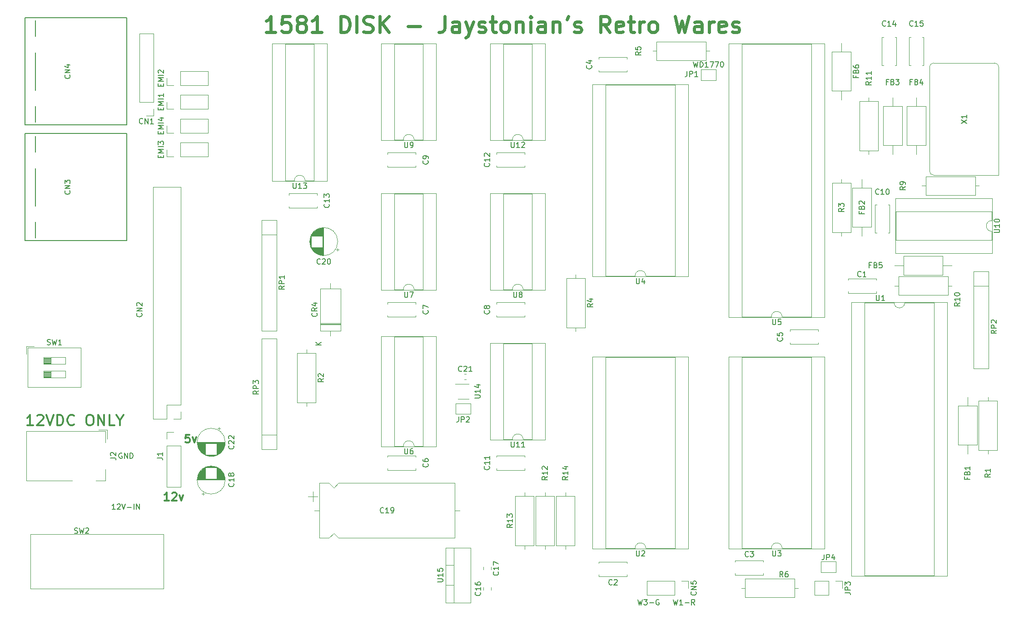
<source format=gbr>
%TF.GenerationSoftware,KiCad,Pcbnew,(5.1.10)-1*%
%TF.CreationDate,2022-09-06T22:19:55-04:00*%
%TF.ProjectId,1581-improved,31353831-2d69-46d7-9072-6f7665642e6b,2*%
%TF.SameCoordinates,Original*%
%TF.FileFunction,Legend,Top*%
%TF.FilePolarity,Positive*%
%FSLAX46Y46*%
G04 Gerber Fmt 4.6, Leading zero omitted, Abs format (unit mm)*
G04 Created by KiCad (PCBNEW (5.1.10)-1) date 2022-09-06 22:19:55*
%MOMM*%
%LPD*%
G01*
G04 APERTURE LIST*
%ADD10C,0.350000*%
%ADD11C,0.300000*%
%ADD12C,0.600000*%
%ADD13C,0.150000*%
%ADD14C,0.120000*%
G04 APERTURE END LIST*
D10*
X52563095Y-113045761D02*
X51420238Y-113045761D01*
X51991666Y-113045761D02*
X51991666Y-111045761D01*
X51801190Y-111331476D01*
X51610714Y-111521952D01*
X51420238Y-111617190D01*
X53325000Y-111236238D02*
X53420238Y-111141000D01*
X53610714Y-111045761D01*
X54086904Y-111045761D01*
X54277380Y-111141000D01*
X54372619Y-111236238D01*
X54467857Y-111426714D01*
X54467857Y-111617190D01*
X54372619Y-111902904D01*
X53229761Y-113045761D01*
X54467857Y-113045761D01*
X55039285Y-111045761D02*
X55705952Y-113045761D01*
X56372619Y-111045761D01*
X57039285Y-113045761D02*
X57039285Y-111045761D01*
X57515476Y-111045761D01*
X57801190Y-111141000D01*
X57991666Y-111331476D01*
X58086904Y-111521952D01*
X58182142Y-111902904D01*
X58182142Y-112188619D01*
X58086904Y-112569571D01*
X57991666Y-112760047D01*
X57801190Y-112950523D01*
X57515476Y-113045761D01*
X57039285Y-113045761D01*
X60182142Y-112855285D02*
X60086904Y-112950523D01*
X59801190Y-113045761D01*
X59610714Y-113045761D01*
X59325000Y-112950523D01*
X59134523Y-112760047D01*
X59039285Y-112569571D01*
X58944047Y-112188619D01*
X58944047Y-111902904D01*
X59039285Y-111521952D01*
X59134523Y-111331476D01*
X59325000Y-111141000D01*
X59610714Y-111045761D01*
X59801190Y-111045761D01*
X60086904Y-111141000D01*
X60182142Y-111236238D01*
X62944047Y-111045761D02*
X63325000Y-111045761D01*
X63515476Y-111141000D01*
X63705952Y-111331476D01*
X63801190Y-111712428D01*
X63801190Y-112379095D01*
X63705952Y-112760047D01*
X63515476Y-112950523D01*
X63325000Y-113045761D01*
X62944047Y-113045761D01*
X62753571Y-112950523D01*
X62563095Y-112760047D01*
X62467857Y-112379095D01*
X62467857Y-111712428D01*
X62563095Y-111331476D01*
X62753571Y-111141000D01*
X62944047Y-111045761D01*
X64658333Y-113045761D02*
X64658333Y-111045761D01*
X65801190Y-113045761D01*
X65801190Y-111045761D01*
X67705952Y-113045761D02*
X66753571Y-113045761D01*
X66753571Y-111045761D01*
X68753571Y-112093380D02*
X68753571Y-113045761D01*
X68086904Y-111045761D02*
X68753571Y-112093380D01*
X69420238Y-111045761D01*
D11*
X77882857Y-127043571D02*
X77025714Y-127043571D01*
X77454285Y-127043571D02*
X77454285Y-125543571D01*
X77311428Y-125757857D01*
X77168571Y-125900714D01*
X77025714Y-125972142D01*
X78454285Y-125686428D02*
X78525714Y-125615000D01*
X78668571Y-125543571D01*
X79025714Y-125543571D01*
X79168571Y-125615000D01*
X79240000Y-125686428D01*
X79311428Y-125829285D01*
X79311428Y-125972142D01*
X79240000Y-126186428D01*
X78382857Y-127043571D01*
X79311428Y-127043571D01*
X79811428Y-126043571D02*
X80168571Y-127043571D01*
X80525714Y-126043571D01*
X81700714Y-114748571D02*
X80986428Y-114748571D01*
X80915000Y-115462857D01*
X80986428Y-115391428D01*
X81129285Y-115320000D01*
X81486428Y-115320000D01*
X81629285Y-115391428D01*
X81700714Y-115462857D01*
X81772142Y-115605714D01*
X81772142Y-115962857D01*
X81700714Y-116105714D01*
X81629285Y-116177142D01*
X81486428Y-116248571D01*
X81129285Y-116248571D01*
X80986428Y-116177142D01*
X80915000Y-116105714D01*
X82272142Y-115248571D02*
X82629285Y-116248571D01*
X82986428Y-115248571D01*
D12*
X97723857Y-39711142D02*
X96009571Y-39711142D01*
X96866714Y-39711142D02*
X96866714Y-36711142D01*
X96580999Y-37139714D01*
X96295285Y-37425428D01*
X96009571Y-37568285D01*
X100438142Y-36711142D02*
X99009571Y-36711142D01*
X98866714Y-38139714D01*
X99009571Y-37996857D01*
X99295285Y-37854000D01*
X100009571Y-37854000D01*
X100295285Y-37996857D01*
X100438142Y-38139714D01*
X100580999Y-38425428D01*
X100580999Y-39139714D01*
X100438142Y-39425428D01*
X100295285Y-39568285D01*
X100009571Y-39711142D01*
X99295285Y-39711142D01*
X99009571Y-39568285D01*
X98866714Y-39425428D01*
X102295285Y-37996857D02*
X102009571Y-37854000D01*
X101866714Y-37711142D01*
X101723857Y-37425428D01*
X101723857Y-37282571D01*
X101866714Y-36996857D01*
X102009571Y-36854000D01*
X102295285Y-36711142D01*
X102866714Y-36711142D01*
X103152428Y-36854000D01*
X103295285Y-36996857D01*
X103438142Y-37282571D01*
X103438142Y-37425428D01*
X103295285Y-37711142D01*
X103152428Y-37854000D01*
X102866714Y-37996857D01*
X102295285Y-37996857D01*
X102009571Y-38139714D01*
X101866714Y-38282571D01*
X101723857Y-38568285D01*
X101723857Y-39139714D01*
X101866714Y-39425428D01*
X102009571Y-39568285D01*
X102295285Y-39711142D01*
X102866714Y-39711142D01*
X103152428Y-39568285D01*
X103295285Y-39425428D01*
X103438142Y-39139714D01*
X103438142Y-38568285D01*
X103295285Y-38282571D01*
X103152428Y-38139714D01*
X102866714Y-37996857D01*
X106295285Y-39711142D02*
X104580999Y-39711142D01*
X105438142Y-39711142D02*
X105438142Y-36711142D01*
X105152428Y-37139714D01*
X104866714Y-37425428D01*
X104580999Y-37568285D01*
X109866714Y-39711142D02*
X109866714Y-36711142D01*
X110580999Y-36711142D01*
X111009571Y-36854000D01*
X111295285Y-37139714D01*
X111438142Y-37425428D01*
X111580999Y-37996857D01*
X111580999Y-38425428D01*
X111438142Y-38996857D01*
X111295285Y-39282571D01*
X111009571Y-39568285D01*
X110580999Y-39711142D01*
X109866714Y-39711142D01*
X112866714Y-39711142D02*
X112866714Y-36711142D01*
X114152428Y-39568285D02*
X114580999Y-39711142D01*
X115295285Y-39711142D01*
X115580999Y-39568285D01*
X115723857Y-39425428D01*
X115866714Y-39139714D01*
X115866714Y-38854000D01*
X115723857Y-38568285D01*
X115580999Y-38425428D01*
X115295285Y-38282571D01*
X114723857Y-38139714D01*
X114438142Y-37996857D01*
X114295285Y-37854000D01*
X114152428Y-37568285D01*
X114152428Y-37282571D01*
X114295285Y-36996857D01*
X114438142Y-36854000D01*
X114723857Y-36711142D01*
X115438142Y-36711142D01*
X115866714Y-36854000D01*
X117152428Y-39711142D02*
X117152428Y-36711142D01*
X118866714Y-39711142D02*
X117580999Y-37996857D01*
X118866714Y-36711142D02*
X117152428Y-38425428D01*
X122438142Y-38568285D02*
X124723857Y-38568285D01*
X129295285Y-36711142D02*
X129295285Y-38854000D01*
X129152428Y-39282571D01*
X128866714Y-39568285D01*
X128438142Y-39711142D01*
X128152428Y-39711142D01*
X132009571Y-39711142D02*
X132009571Y-38139714D01*
X131866714Y-37854000D01*
X131580999Y-37711142D01*
X131009571Y-37711142D01*
X130723857Y-37854000D01*
X132009571Y-39568285D02*
X131723857Y-39711142D01*
X131009571Y-39711142D01*
X130723857Y-39568285D01*
X130580999Y-39282571D01*
X130580999Y-38996857D01*
X130723857Y-38711142D01*
X131009571Y-38568285D01*
X131723857Y-38568285D01*
X132009571Y-38425428D01*
X133152428Y-37711142D02*
X133866714Y-39711142D01*
X134580999Y-37711142D02*
X133866714Y-39711142D01*
X133580999Y-40425428D01*
X133438142Y-40568285D01*
X133152428Y-40711142D01*
X135580999Y-39568285D02*
X135866714Y-39711142D01*
X136438142Y-39711142D01*
X136723857Y-39568285D01*
X136866714Y-39282571D01*
X136866714Y-39139714D01*
X136723857Y-38854000D01*
X136438142Y-38711142D01*
X136009571Y-38711142D01*
X135723857Y-38568285D01*
X135580999Y-38282571D01*
X135580999Y-38139714D01*
X135723857Y-37854000D01*
X136009571Y-37711142D01*
X136438142Y-37711142D01*
X136723857Y-37854000D01*
X137723857Y-37711142D02*
X138866714Y-37711142D01*
X138152428Y-36711142D02*
X138152428Y-39282571D01*
X138295285Y-39568285D01*
X138580999Y-39711142D01*
X138866714Y-39711142D01*
X140295285Y-39711142D02*
X140009571Y-39568285D01*
X139866714Y-39425428D01*
X139723857Y-39139714D01*
X139723857Y-38282571D01*
X139866714Y-37996857D01*
X140009571Y-37854000D01*
X140295285Y-37711142D01*
X140723857Y-37711142D01*
X141009571Y-37854000D01*
X141152428Y-37996857D01*
X141295285Y-38282571D01*
X141295285Y-39139714D01*
X141152428Y-39425428D01*
X141009571Y-39568285D01*
X140723857Y-39711142D01*
X140295285Y-39711142D01*
X142580999Y-37711142D02*
X142580999Y-39711142D01*
X142580999Y-37996857D02*
X142723857Y-37854000D01*
X143009571Y-37711142D01*
X143438142Y-37711142D01*
X143723857Y-37854000D01*
X143866714Y-38139714D01*
X143866714Y-39711142D01*
X145295285Y-39711142D02*
X145295285Y-37711142D01*
X145295285Y-36711142D02*
X145152428Y-36854000D01*
X145295285Y-36996857D01*
X145438142Y-36854000D01*
X145295285Y-36711142D01*
X145295285Y-36996857D01*
X148009571Y-39711142D02*
X148009571Y-38139714D01*
X147866714Y-37854000D01*
X147580999Y-37711142D01*
X147009571Y-37711142D01*
X146723857Y-37854000D01*
X148009571Y-39568285D02*
X147723857Y-39711142D01*
X147009571Y-39711142D01*
X146723857Y-39568285D01*
X146580999Y-39282571D01*
X146580999Y-38996857D01*
X146723857Y-38711142D01*
X147009571Y-38568285D01*
X147723857Y-38568285D01*
X148009571Y-38425428D01*
X149438142Y-37711142D02*
X149438142Y-39711142D01*
X149438142Y-37996857D02*
X149580999Y-37854000D01*
X149866714Y-37711142D01*
X150295285Y-37711142D01*
X150580999Y-37854000D01*
X150723857Y-38139714D01*
X150723857Y-39711142D01*
X152295285Y-36711142D02*
X152009571Y-37282571D01*
X153438142Y-39568285D02*
X153723857Y-39711142D01*
X154295285Y-39711142D01*
X154580999Y-39568285D01*
X154723857Y-39282571D01*
X154723857Y-39139714D01*
X154580999Y-38854000D01*
X154295285Y-38711142D01*
X153866714Y-38711142D01*
X153580999Y-38568285D01*
X153438142Y-38282571D01*
X153438142Y-38139714D01*
X153580999Y-37854000D01*
X153866714Y-37711142D01*
X154295285Y-37711142D01*
X154580999Y-37854000D01*
X160009571Y-39711142D02*
X159009571Y-38282571D01*
X158295285Y-39711142D02*
X158295285Y-36711142D01*
X159438142Y-36711142D01*
X159723857Y-36854000D01*
X159866714Y-36996857D01*
X160009571Y-37282571D01*
X160009571Y-37711142D01*
X159866714Y-37996857D01*
X159723857Y-38139714D01*
X159438142Y-38282571D01*
X158295285Y-38282571D01*
X162438142Y-39568285D02*
X162152428Y-39711142D01*
X161580999Y-39711142D01*
X161295285Y-39568285D01*
X161152428Y-39282571D01*
X161152428Y-38139714D01*
X161295285Y-37854000D01*
X161580999Y-37711142D01*
X162152428Y-37711142D01*
X162438142Y-37854000D01*
X162580999Y-38139714D01*
X162580999Y-38425428D01*
X161152428Y-38711142D01*
X163438142Y-37711142D02*
X164580999Y-37711142D01*
X163866714Y-36711142D02*
X163866714Y-39282571D01*
X164009571Y-39568285D01*
X164295285Y-39711142D01*
X164580999Y-39711142D01*
X165580999Y-39711142D02*
X165580999Y-37711142D01*
X165580999Y-38282571D02*
X165723857Y-37996857D01*
X165866714Y-37854000D01*
X166152428Y-37711142D01*
X166438142Y-37711142D01*
X167866714Y-39711142D02*
X167580999Y-39568285D01*
X167438142Y-39425428D01*
X167295285Y-39139714D01*
X167295285Y-38282571D01*
X167438142Y-37996857D01*
X167580999Y-37854000D01*
X167866714Y-37711142D01*
X168295285Y-37711142D01*
X168580999Y-37854000D01*
X168723857Y-37996857D01*
X168866714Y-38282571D01*
X168866714Y-39139714D01*
X168723857Y-39425428D01*
X168580999Y-39568285D01*
X168295285Y-39711142D01*
X167866714Y-39711142D01*
X172152428Y-36711142D02*
X172866714Y-39711142D01*
X173438142Y-37568285D01*
X174009571Y-39711142D01*
X174723857Y-36711142D01*
X177152428Y-39711142D02*
X177152428Y-38139714D01*
X177009571Y-37854000D01*
X176723857Y-37711142D01*
X176152428Y-37711142D01*
X175866714Y-37854000D01*
X177152428Y-39568285D02*
X176866714Y-39711142D01*
X176152428Y-39711142D01*
X175866714Y-39568285D01*
X175723857Y-39282571D01*
X175723857Y-38996857D01*
X175866714Y-38711142D01*
X176152428Y-38568285D01*
X176866714Y-38568285D01*
X177152428Y-38425428D01*
X178580999Y-39711142D02*
X178580999Y-37711142D01*
X178580999Y-38282571D02*
X178723857Y-37996857D01*
X178866714Y-37854000D01*
X179152428Y-37711142D01*
X179438142Y-37711142D01*
X181580999Y-39568285D02*
X181295285Y-39711142D01*
X180723857Y-39711142D01*
X180438142Y-39568285D01*
X180295285Y-39282571D01*
X180295285Y-38139714D01*
X180438142Y-37854000D01*
X180723857Y-37711142D01*
X181295285Y-37711142D01*
X181580999Y-37854000D01*
X181723857Y-38139714D01*
X181723857Y-38425428D01*
X180295285Y-38711142D01*
X182866714Y-39568285D02*
X183152428Y-39711142D01*
X183723857Y-39711142D01*
X184009571Y-39568285D01*
X184152428Y-39282571D01*
X184152428Y-39139714D01*
X184009571Y-38854000D01*
X183723857Y-38711142D01*
X183295285Y-38711142D01*
X183009571Y-38568285D01*
X182866714Y-38282571D01*
X182866714Y-38139714D01*
X183009571Y-37854000D01*
X183295285Y-37711142D01*
X183723857Y-37711142D01*
X184009571Y-37854000D01*
D13*
X165227666Y-145502380D02*
X165465761Y-146502380D01*
X165656238Y-145788095D01*
X165846714Y-146502380D01*
X166084809Y-145502380D01*
X166370523Y-145502380D02*
X166989571Y-145502380D01*
X166656238Y-145883333D01*
X166799095Y-145883333D01*
X166894333Y-145930952D01*
X166941952Y-145978571D01*
X166989571Y-146073809D01*
X166989571Y-146311904D01*
X166941952Y-146407142D01*
X166894333Y-146454761D01*
X166799095Y-146502380D01*
X166513380Y-146502380D01*
X166418142Y-146454761D01*
X166370523Y-146407142D01*
X167418142Y-146121428D02*
X168180047Y-146121428D01*
X169180047Y-145550000D02*
X169084809Y-145502380D01*
X168941952Y-145502380D01*
X168799095Y-145550000D01*
X168703857Y-145645238D01*
X168656238Y-145740476D01*
X168608619Y-145930952D01*
X168608619Y-146073809D01*
X168656238Y-146264285D01*
X168703857Y-146359523D01*
X168799095Y-146454761D01*
X168941952Y-146502380D01*
X169037190Y-146502380D01*
X169180047Y-146454761D01*
X169227666Y-146407142D01*
X169227666Y-146073809D01*
X169037190Y-146073809D01*
X171846714Y-145502380D02*
X172084809Y-146502380D01*
X172275285Y-145788095D01*
X172465761Y-146502380D01*
X172703857Y-145502380D01*
X173608619Y-146502380D02*
X173037190Y-146502380D01*
X173322904Y-146502380D02*
X173322904Y-145502380D01*
X173227666Y-145645238D01*
X173132428Y-145740476D01*
X173037190Y-145788095D01*
X174037190Y-146121428D02*
X174799095Y-146121428D01*
X175846714Y-146502380D02*
X175513380Y-146026190D01*
X175275285Y-146502380D02*
X175275285Y-145502380D01*
X175656238Y-145502380D01*
X175751476Y-145550000D01*
X175799095Y-145597619D01*
X175846714Y-145692857D01*
X175846714Y-145835714D01*
X175799095Y-145930952D01*
X175751476Y-145978571D01*
X175656238Y-146026190D01*
X175275285Y-146026190D01*
D14*
%TO.C,JP1*%
X179835000Y-48625000D02*
X177035000Y-48625000D01*
X177035000Y-48625000D02*
X177035000Y-46625000D01*
X177035000Y-46625000D02*
X179835000Y-46625000D01*
X179835000Y-46625000D02*
X179835000Y-48625000D01*
%TO.C,C18*%
X84000000Y-125764775D02*
X84500000Y-125764775D01*
X84250000Y-126014775D02*
X84250000Y-125514775D01*
X85441000Y-120609000D02*
X86009000Y-120609000D01*
X85207000Y-120649000D02*
X86243000Y-120649000D01*
X85048000Y-120689000D02*
X86402000Y-120689000D01*
X84920000Y-120729000D02*
X86530000Y-120729000D01*
X84810000Y-120769000D02*
X86640000Y-120769000D01*
X84714000Y-120809000D02*
X86736000Y-120809000D01*
X84627000Y-120849000D02*
X86823000Y-120849000D01*
X84547000Y-120889000D02*
X86903000Y-120889000D01*
X86765000Y-120929000D02*
X86976000Y-120929000D01*
X84474000Y-120929000D02*
X84685000Y-120929000D01*
X86765000Y-120969000D02*
X87044000Y-120969000D01*
X84406000Y-120969000D02*
X84685000Y-120969000D01*
X86765000Y-121009000D02*
X87108000Y-121009000D01*
X84342000Y-121009000D02*
X84685000Y-121009000D01*
X86765000Y-121049000D02*
X87168000Y-121049000D01*
X84282000Y-121049000D02*
X84685000Y-121049000D01*
X86765000Y-121089000D02*
X87225000Y-121089000D01*
X84225000Y-121089000D02*
X84685000Y-121089000D01*
X86765000Y-121129000D02*
X87279000Y-121129000D01*
X84171000Y-121129000D02*
X84685000Y-121129000D01*
X86765000Y-121169000D02*
X87330000Y-121169000D01*
X84120000Y-121169000D02*
X84685000Y-121169000D01*
X86765000Y-121209000D02*
X87378000Y-121209000D01*
X84072000Y-121209000D02*
X84685000Y-121209000D01*
X86765000Y-121249000D02*
X87424000Y-121249000D01*
X84026000Y-121249000D02*
X84685000Y-121249000D01*
X86765000Y-121289000D02*
X87468000Y-121289000D01*
X83982000Y-121289000D02*
X84685000Y-121289000D01*
X86765000Y-121329000D02*
X87510000Y-121329000D01*
X83940000Y-121329000D02*
X84685000Y-121329000D01*
X86765000Y-121369000D02*
X87551000Y-121369000D01*
X83899000Y-121369000D02*
X84685000Y-121369000D01*
X86765000Y-121409000D02*
X87589000Y-121409000D01*
X83861000Y-121409000D02*
X84685000Y-121409000D01*
X86765000Y-121449000D02*
X87626000Y-121449000D01*
X83824000Y-121449000D02*
X84685000Y-121449000D01*
X86765000Y-121489000D02*
X87662000Y-121489000D01*
X83788000Y-121489000D02*
X84685000Y-121489000D01*
X86765000Y-121529000D02*
X87696000Y-121529000D01*
X83754000Y-121529000D02*
X84685000Y-121529000D01*
X86765000Y-121569000D02*
X87729000Y-121569000D01*
X83721000Y-121569000D02*
X84685000Y-121569000D01*
X86765000Y-121609000D02*
X87760000Y-121609000D01*
X83690000Y-121609000D02*
X84685000Y-121609000D01*
X86765000Y-121649000D02*
X87790000Y-121649000D01*
X83660000Y-121649000D02*
X84685000Y-121649000D01*
X86765000Y-121689000D02*
X87820000Y-121689000D01*
X83630000Y-121689000D02*
X84685000Y-121689000D01*
X86765000Y-121729000D02*
X87847000Y-121729000D01*
X83603000Y-121729000D02*
X84685000Y-121729000D01*
X86765000Y-121769000D02*
X87874000Y-121769000D01*
X83576000Y-121769000D02*
X84685000Y-121769000D01*
X86765000Y-121809000D02*
X87900000Y-121809000D01*
X83550000Y-121809000D02*
X84685000Y-121809000D01*
X86765000Y-121849000D02*
X87925000Y-121849000D01*
X83525000Y-121849000D02*
X84685000Y-121849000D01*
X86765000Y-121889000D02*
X87949000Y-121889000D01*
X83501000Y-121889000D02*
X84685000Y-121889000D01*
X86765000Y-121929000D02*
X87972000Y-121929000D01*
X83478000Y-121929000D02*
X84685000Y-121929000D01*
X86765000Y-121969000D02*
X87993000Y-121969000D01*
X83457000Y-121969000D02*
X84685000Y-121969000D01*
X86765000Y-122009000D02*
X88015000Y-122009000D01*
X83435000Y-122009000D02*
X84685000Y-122009000D01*
X86765000Y-122049000D02*
X88035000Y-122049000D01*
X83415000Y-122049000D02*
X84685000Y-122049000D01*
X86765000Y-122089000D02*
X88054000Y-122089000D01*
X83396000Y-122089000D02*
X84685000Y-122089000D01*
X86765000Y-122129000D02*
X88073000Y-122129000D01*
X83377000Y-122129000D02*
X84685000Y-122129000D01*
X86765000Y-122169000D02*
X88090000Y-122169000D01*
X83360000Y-122169000D02*
X84685000Y-122169000D01*
X86765000Y-122209000D02*
X88107000Y-122209000D01*
X83343000Y-122209000D02*
X84685000Y-122209000D01*
X86765000Y-122249000D02*
X88123000Y-122249000D01*
X83327000Y-122249000D02*
X84685000Y-122249000D01*
X86765000Y-122289000D02*
X88139000Y-122289000D01*
X83311000Y-122289000D02*
X84685000Y-122289000D01*
X86765000Y-122329000D02*
X88153000Y-122329000D01*
X83297000Y-122329000D02*
X84685000Y-122329000D01*
X86765000Y-122369000D02*
X88167000Y-122369000D01*
X83283000Y-122369000D02*
X84685000Y-122369000D01*
X86765000Y-122409000D02*
X88180000Y-122409000D01*
X83270000Y-122409000D02*
X84685000Y-122409000D01*
X86765000Y-122449000D02*
X88193000Y-122449000D01*
X83257000Y-122449000D02*
X84685000Y-122449000D01*
X86765000Y-122489000D02*
X88205000Y-122489000D01*
X83245000Y-122489000D02*
X84685000Y-122489000D01*
X86765000Y-122530000D02*
X88216000Y-122530000D01*
X83234000Y-122530000D02*
X84685000Y-122530000D01*
X86765000Y-122570000D02*
X88226000Y-122570000D01*
X83224000Y-122570000D02*
X84685000Y-122570000D01*
X86765000Y-122610000D02*
X88236000Y-122610000D01*
X83214000Y-122610000D02*
X84685000Y-122610000D01*
X86765000Y-122650000D02*
X88245000Y-122650000D01*
X83205000Y-122650000D02*
X84685000Y-122650000D01*
X86765000Y-122690000D02*
X88253000Y-122690000D01*
X83197000Y-122690000D02*
X84685000Y-122690000D01*
X86765000Y-122730000D02*
X88261000Y-122730000D01*
X83189000Y-122730000D02*
X84685000Y-122730000D01*
X86765000Y-122770000D02*
X88268000Y-122770000D01*
X83182000Y-122770000D02*
X84685000Y-122770000D01*
X86765000Y-122810000D02*
X88275000Y-122810000D01*
X83175000Y-122810000D02*
X84685000Y-122810000D01*
X86765000Y-122850000D02*
X88281000Y-122850000D01*
X83169000Y-122850000D02*
X84685000Y-122850000D01*
X86765000Y-122890000D02*
X88286000Y-122890000D01*
X83164000Y-122890000D02*
X84685000Y-122890000D01*
X86765000Y-122930000D02*
X88290000Y-122930000D01*
X83160000Y-122930000D02*
X84685000Y-122930000D01*
X86765000Y-122970000D02*
X88294000Y-122970000D01*
X83156000Y-122970000D02*
X84685000Y-122970000D01*
X83152000Y-123010000D02*
X88298000Y-123010000D01*
X83149000Y-123050000D02*
X88301000Y-123050000D01*
X83147000Y-123090000D02*
X88303000Y-123090000D01*
X83146000Y-123130000D02*
X88304000Y-123130000D01*
X83145000Y-123170000D02*
X88305000Y-123170000D01*
X83145000Y-123210000D02*
X88305000Y-123210000D01*
X88345000Y-123210000D02*
G75*
G03*
X88345000Y-123210000I-2620000J0D01*
G01*
%TO.C,C20*%
X109254775Y-80465000D02*
X109254775Y-79965000D01*
X109504775Y-80215000D02*
X109004775Y-80215000D01*
X104099000Y-79024000D02*
X104099000Y-78456000D01*
X104139000Y-79258000D02*
X104139000Y-78222000D01*
X104179000Y-79417000D02*
X104179000Y-78063000D01*
X104219000Y-79545000D02*
X104219000Y-77935000D01*
X104259000Y-79655000D02*
X104259000Y-77825000D01*
X104299000Y-79751000D02*
X104299000Y-77729000D01*
X104339000Y-79838000D02*
X104339000Y-77642000D01*
X104379000Y-79918000D02*
X104379000Y-77562000D01*
X104419000Y-77700000D02*
X104419000Y-77489000D01*
X104419000Y-79991000D02*
X104419000Y-79780000D01*
X104459000Y-77700000D02*
X104459000Y-77421000D01*
X104459000Y-80059000D02*
X104459000Y-79780000D01*
X104499000Y-77700000D02*
X104499000Y-77357000D01*
X104499000Y-80123000D02*
X104499000Y-79780000D01*
X104539000Y-77700000D02*
X104539000Y-77297000D01*
X104539000Y-80183000D02*
X104539000Y-79780000D01*
X104579000Y-77700000D02*
X104579000Y-77240000D01*
X104579000Y-80240000D02*
X104579000Y-79780000D01*
X104619000Y-77700000D02*
X104619000Y-77186000D01*
X104619000Y-80294000D02*
X104619000Y-79780000D01*
X104659000Y-77700000D02*
X104659000Y-77135000D01*
X104659000Y-80345000D02*
X104659000Y-79780000D01*
X104699000Y-77700000D02*
X104699000Y-77087000D01*
X104699000Y-80393000D02*
X104699000Y-79780000D01*
X104739000Y-77700000D02*
X104739000Y-77041000D01*
X104739000Y-80439000D02*
X104739000Y-79780000D01*
X104779000Y-77700000D02*
X104779000Y-76997000D01*
X104779000Y-80483000D02*
X104779000Y-79780000D01*
X104819000Y-77700000D02*
X104819000Y-76955000D01*
X104819000Y-80525000D02*
X104819000Y-79780000D01*
X104859000Y-77700000D02*
X104859000Y-76914000D01*
X104859000Y-80566000D02*
X104859000Y-79780000D01*
X104899000Y-77700000D02*
X104899000Y-76876000D01*
X104899000Y-80604000D02*
X104899000Y-79780000D01*
X104939000Y-77700000D02*
X104939000Y-76839000D01*
X104939000Y-80641000D02*
X104939000Y-79780000D01*
X104979000Y-77700000D02*
X104979000Y-76803000D01*
X104979000Y-80677000D02*
X104979000Y-79780000D01*
X105019000Y-77700000D02*
X105019000Y-76769000D01*
X105019000Y-80711000D02*
X105019000Y-79780000D01*
X105059000Y-77700000D02*
X105059000Y-76736000D01*
X105059000Y-80744000D02*
X105059000Y-79780000D01*
X105099000Y-77700000D02*
X105099000Y-76705000D01*
X105099000Y-80775000D02*
X105099000Y-79780000D01*
X105139000Y-77700000D02*
X105139000Y-76675000D01*
X105139000Y-80805000D02*
X105139000Y-79780000D01*
X105179000Y-77700000D02*
X105179000Y-76645000D01*
X105179000Y-80835000D02*
X105179000Y-79780000D01*
X105219000Y-77700000D02*
X105219000Y-76618000D01*
X105219000Y-80862000D02*
X105219000Y-79780000D01*
X105259000Y-77700000D02*
X105259000Y-76591000D01*
X105259000Y-80889000D02*
X105259000Y-79780000D01*
X105299000Y-77700000D02*
X105299000Y-76565000D01*
X105299000Y-80915000D02*
X105299000Y-79780000D01*
X105339000Y-77700000D02*
X105339000Y-76540000D01*
X105339000Y-80940000D02*
X105339000Y-79780000D01*
X105379000Y-77700000D02*
X105379000Y-76516000D01*
X105379000Y-80964000D02*
X105379000Y-79780000D01*
X105419000Y-77700000D02*
X105419000Y-76493000D01*
X105419000Y-80987000D02*
X105419000Y-79780000D01*
X105459000Y-77700000D02*
X105459000Y-76472000D01*
X105459000Y-81008000D02*
X105459000Y-79780000D01*
X105499000Y-77700000D02*
X105499000Y-76450000D01*
X105499000Y-81030000D02*
X105499000Y-79780000D01*
X105539000Y-77700000D02*
X105539000Y-76430000D01*
X105539000Y-81050000D02*
X105539000Y-79780000D01*
X105579000Y-77700000D02*
X105579000Y-76411000D01*
X105579000Y-81069000D02*
X105579000Y-79780000D01*
X105619000Y-77700000D02*
X105619000Y-76392000D01*
X105619000Y-81088000D02*
X105619000Y-79780000D01*
X105659000Y-77700000D02*
X105659000Y-76375000D01*
X105659000Y-81105000D02*
X105659000Y-79780000D01*
X105699000Y-77700000D02*
X105699000Y-76358000D01*
X105699000Y-81122000D02*
X105699000Y-79780000D01*
X105739000Y-77700000D02*
X105739000Y-76342000D01*
X105739000Y-81138000D02*
X105739000Y-79780000D01*
X105779000Y-77700000D02*
X105779000Y-76326000D01*
X105779000Y-81154000D02*
X105779000Y-79780000D01*
X105819000Y-77700000D02*
X105819000Y-76312000D01*
X105819000Y-81168000D02*
X105819000Y-79780000D01*
X105859000Y-77700000D02*
X105859000Y-76298000D01*
X105859000Y-81182000D02*
X105859000Y-79780000D01*
X105899000Y-77700000D02*
X105899000Y-76285000D01*
X105899000Y-81195000D02*
X105899000Y-79780000D01*
X105939000Y-77700000D02*
X105939000Y-76272000D01*
X105939000Y-81208000D02*
X105939000Y-79780000D01*
X105979000Y-77700000D02*
X105979000Y-76260000D01*
X105979000Y-81220000D02*
X105979000Y-79780000D01*
X106020000Y-77700000D02*
X106020000Y-76249000D01*
X106020000Y-81231000D02*
X106020000Y-79780000D01*
X106060000Y-77700000D02*
X106060000Y-76239000D01*
X106060000Y-81241000D02*
X106060000Y-79780000D01*
X106100000Y-77700000D02*
X106100000Y-76229000D01*
X106100000Y-81251000D02*
X106100000Y-79780000D01*
X106140000Y-77700000D02*
X106140000Y-76220000D01*
X106140000Y-81260000D02*
X106140000Y-79780000D01*
X106180000Y-77700000D02*
X106180000Y-76212000D01*
X106180000Y-81268000D02*
X106180000Y-79780000D01*
X106220000Y-77700000D02*
X106220000Y-76204000D01*
X106220000Y-81276000D02*
X106220000Y-79780000D01*
X106260000Y-77700000D02*
X106260000Y-76197000D01*
X106260000Y-81283000D02*
X106260000Y-79780000D01*
X106300000Y-77700000D02*
X106300000Y-76190000D01*
X106300000Y-81290000D02*
X106300000Y-79780000D01*
X106340000Y-77700000D02*
X106340000Y-76184000D01*
X106340000Y-81296000D02*
X106340000Y-79780000D01*
X106380000Y-77700000D02*
X106380000Y-76179000D01*
X106380000Y-81301000D02*
X106380000Y-79780000D01*
X106420000Y-77700000D02*
X106420000Y-76175000D01*
X106420000Y-81305000D02*
X106420000Y-79780000D01*
X106460000Y-77700000D02*
X106460000Y-76171000D01*
X106460000Y-81309000D02*
X106460000Y-79780000D01*
X106500000Y-81313000D02*
X106500000Y-76167000D01*
X106540000Y-81316000D02*
X106540000Y-76164000D01*
X106580000Y-81318000D02*
X106580000Y-76162000D01*
X106620000Y-81319000D02*
X106620000Y-76161000D01*
X106660000Y-81320000D02*
X106660000Y-76160000D01*
X106700000Y-81320000D02*
X106700000Y-76160000D01*
X109320000Y-78740000D02*
G75*
G03*
X109320000Y-78740000I-2620000J0D01*
G01*
%TO.C,C22*%
X88345000Y-116185000D02*
G75*
G03*
X88345000Y-116185000I-2620000J0D01*
G01*
X88305000Y-116185000D02*
X83145000Y-116185000D01*
X88305000Y-116225000D02*
X83145000Y-116225000D01*
X88304000Y-116265000D02*
X83146000Y-116265000D01*
X88303000Y-116305000D02*
X83147000Y-116305000D01*
X88301000Y-116345000D02*
X83149000Y-116345000D01*
X88298000Y-116385000D02*
X83152000Y-116385000D01*
X88294000Y-116425000D02*
X86765000Y-116425000D01*
X84685000Y-116425000D02*
X83156000Y-116425000D01*
X88290000Y-116465000D02*
X86765000Y-116465000D01*
X84685000Y-116465000D02*
X83160000Y-116465000D01*
X88286000Y-116505000D02*
X86765000Y-116505000D01*
X84685000Y-116505000D02*
X83164000Y-116505000D01*
X88281000Y-116545000D02*
X86765000Y-116545000D01*
X84685000Y-116545000D02*
X83169000Y-116545000D01*
X88275000Y-116585000D02*
X86765000Y-116585000D01*
X84685000Y-116585000D02*
X83175000Y-116585000D01*
X88268000Y-116625000D02*
X86765000Y-116625000D01*
X84685000Y-116625000D02*
X83182000Y-116625000D01*
X88261000Y-116665000D02*
X86765000Y-116665000D01*
X84685000Y-116665000D02*
X83189000Y-116665000D01*
X88253000Y-116705000D02*
X86765000Y-116705000D01*
X84685000Y-116705000D02*
X83197000Y-116705000D01*
X88245000Y-116745000D02*
X86765000Y-116745000D01*
X84685000Y-116745000D02*
X83205000Y-116745000D01*
X88236000Y-116785000D02*
X86765000Y-116785000D01*
X84685000Y-116785000D02*
X83214000Y-116785000D01*
X88226000Y-116825000D02*
X86765000Y-116825000D01*
X84685000Y-116825000D02*
X83224000Y-116825000D01*
X88216000Y-116865000D02*
X86765000Y-116865000D01*
X84685000Y-116865000D02*
X83234000Y-116865000D01*
X88205000Y-116906000D02*
X86765000Y-116906000D01*
X84685000Y-116906000D02*
X83245000Y-116906000D01*
X88193000Y-116946000D02*
X86765000Y-116946000D01*
X84685000Y-116946000D02*
X83257000Y-116946000D01*
X88180000Y-116986000D02*
X86765000Y-116986000D01*
X84685000Y-116986000D02*
X83270000Y-116986000D01*
X88167000Y-117026000D02*
X86765000Y-117026000D01*
X84685000Y-117026000D02*
X83283000Y-117026000D01*
X88153000Y-117066000D02*
X86765000Y-117066000D01*
X84685000Y-117066000D02*
X83297000Y-117066000D01*
X88139000Y-117106000D02*
X86765000Y-117106000D01*
X84685000Y-117106000D02*
X83311000Y-117106000D01*
X88123000Y-117146000D02*
X86765000Y-117146000D01*
X84685000Y-117146000D02*
X83327000Y-117146000D01*
X88107000Y-117186000D02*
X86765000Y-117186000D01*
X84685000Y-117186000D02*
X83343000Y-117186000D01*
X88090000Y-117226000D02*
X86765000Y-117226000D01*
X84685000Y-117226000D02*
X83360000Y-117226000D01*
X88073000Y-117266000D02*
X86765000Y-117266000D01*
X84685000Y-117266000D02*
X83377000Y-117266000D01*
X88054000Y-117306000D02*
X86765000Y-117306000D01*
X84685000Y-117306000D02*
X83396000Y-117306000D01*
X88035000Y-117346000D02*
X86765000Y-117346000D01*
X84685000Y-117346000D02*
X83415000Y-117346000D01*
X88015000Y-117386000D02*
X86765000Y-117386000D01*
X84685000Y-117386000D02*
X83435000Y-117386000D01*
X87993000Y-117426000D02*
X86765000Y-117426000D01*
X84685000Y-117426000D02*
X83457000Y-117426000D01*
X87972000Y-117466000D02*
X86765000Y-117466000D01*
X84685000Y-117466000D02*
X83478000Y-117466000D01*
X87949000Y-117506000D02*
X86765000Y-117506000D01*
X84685000Y-117506000D02*
X83501000Y-117506000D01*
X87925000Y-117546000D02*
X86765000Y-117546000D01*
X84685000Y-117546000D02*
X83525000Y-117546000D01*
X87900000Y-117586000D02*
X86765000Y-117586000D01*
X84685000Y-117586000D02*
X83550000Y-117586000D01*
X87874000Y-117626000D02*
X86765000Y-117626000D01*
X84685000Y-117626000D02*
X83576000Y-117626000D01*
X87847000Y-117666000D02*
X86765000Y-117666000D01*
X84685000Y-117666000D02*
X83603000Y-117666000D01*
X87820000Y-117706000D02*
X86765000Y-117706000D01*
X84685000Y-117706000D02*
X83630000Y-117706000D01*
X87790000Y-117746000D02*
X86765000Y-117746000D01*
X84685000Y-117746000D02*
X83660000Y-117746000D01*
X87760000Y-117786000D02*
X86765000Y-117786000D01*
X84685000Y-117786000D02*
X83690000Y-117786000D01*
X87729000Y-117826000D02*
X86765000Y-117826000D01*
X84685000Y-117826000D02*
X83721000Y-117826000D01*
X87696000Y-117866000D02*
X86765000Y-117866000D01*
X84685000Y-117866000D02*
X83754000Y-117866000D01*
X87662000Y-117906000D02*
X86765000Y-117906000D01*
X84685000Y-117906000D02*
X83788000Y-117906000D01*
X87626000Y-117946000D02*
X86765000Y-117946000D01*
X84685000Y-117946000D02*
X83824000Y-117946000D01*
X87589000Y-117986000D02*
X86765000Y-117986000D01*
X84685000Y-117986000D02*
X83861000Y-117986000D01*
X87551000Y-118026000D02*
X86765000Y-118026000D01*
X84685000Y-118026000D02*
X83899000Y-118026000D01*
X87510000Y-118066000D02*
X86765000Y-118066000D01*
X84685000Y-118066000D02*
X83940000Y-118066000D01*
X87468000Y-118106000D02*
X86765000Y-118106000D01*
X84685000Y-118106000D02*
X83982000Y-118106000D01*
X87424000Y-118146000D02*
X86765000Y-118146000D01*
X84685000Y-118146000D02*
X84026000Y-118146000D01*
X87378000Y-118186000D02*
X86765000Y-118186000D01*
X84685000Y-118186000D02*
X84072000Y-118186000D01*
X87330000Y-118226000D02*
X86765000Y-118226000D01*
X84685000Y-118226000D02*
X84120000Y-118226000D01*
X87279000Y-118266000D02*
X86765000Y-118266000D01*
X84685000Y-118266000D02*
X84171000Y-118266000D01*
X87225000Y-118306000D02*
X86765000Y-118306000D01*
X84685000Y-118306000D02*
X84225000Y-118306000D01*
X87168000Y-118346000D02*
X86765000Y-118346000D01*
X84685000Y-118346000D02*
X84282000Y-118346000D01*
X87108000Y-118386000D02*
X86765000Y-118386000D01*
X84685000Y-118386000D02*
X84342000Y-118386000D01*
X87044000Y-118426000D02*
X86765000Y-118426000D01*
X84685000Y-118426000D02*
X84406000Y-118426000D01*
X86976000Y-118466000D02*
X86765000Y-118466000D01*
X84685000Y-118466000D02*
X84474000Y-118466000D01*
X86903000Y-118506000D02*
X84547000Y-118506000D01*
X86823000Y-118546000D02*
X84627000Y-118546000D01*
X86736000Y-118586000D02*
X84714000Y-118586000D01*
X86640000Y-118626000D02*
X84810000Y-118626000D01*
X86530000Y-118666000D02*
X84920000Y-118666000D01*
X86402000Y-118706000D02*
X85048000Y-118706000D01*
X86243000Y-118746000D02*
X85207000Y-118746000D01*
X86009000Y-118786000D02*
X85441000Y-118786000D01*
X87200000Y-113380225D02*
X87200000Y-113880225D01*
X87450000Y-113630225D02*
X86950000Y-113630225D01*
%TO.C,CN1*%
X74990000Y-55305000D02*
X73660000Y-55305000D01*
X74990000Y-53975000D02*
X74990000Y-55305000D01*
X74990000Y-52705000D02*
X72330000Y-52705000D01*
X72330000Y-52705000D02*
X72330000Y-39945000D01*
X74990000Y-52705000D02*
X74990000Y-39945000D01*
X74990000Y-39945000D02*
X72330000Y-39945000D01*
%TO.C,CN2*%
X80070000Y-111820000D02*
X78740000Y-111820000D01*
X80070000Y-110490000D02*
X80070000Y-111820000D01*
X77470000Y-111820000D02*
X74870000Y-111820000D01*
X77470000Y-109220000D02*
X77470000Y-111820000D01*
X80070000Y-109220000D02*
X77470000Y-109220000D01*
X74870000Y-111820000D02*
X74870000Y-68520000D01*
X80070000Y-109220000D02*
X80070000Y-68520000D01*
X80070000Y-68520000D02*
X74870000Y-68520000D01*
D13*
%TO.C,CN3*%
X70000000Y-58580000D02*
X51000000Y-58580000D01*
X70000000Y-78580000D02*
X70000000Y-58580000D01*
X51000000Y-78580000D02*
X70000000Y-78580000D01*
X51000000Y-58580000D02*
X51000000Y-78580000D01*
X53000000Y-78080000D02*
X53000000Y-75080000D01*
X53000000Y-72080000D02*
X53000000Y-65080000D01*
X53000000Y-62080000D02*
X53000000Y-59080000D01*
D14*
%TO.C,CN5*%
X174685000Y-142053000D02*
X174685000Y-143383000D01*
X173355000Y-142053000D02*
X174685000Y-142053000D01*
X172085000Y-142053000D02*
X172085000Y-144713000D01*
X172085000Y-144713000D02*
X166945000Y-144713000D01*
X172085000Y-142053000D02*
X166945000Y-142053000D01*
X166945000Y-142053000D02*
X166945000Y-144713000D01*
%TO.C,EMI1*%
X85150000Y-54035000D02*
X85150000Y-51375000D01*
X80010000Y-54035000D02*
X85150000Y-54035000D01*
X80010000Y-51375000D02*
X85150000Y-51375000D01*
X80010000Y-54035000D02*
X80010000Y-51375000D01*
X78740000Y-54035000D02*
X77410000Y-54035000D01*
X77410000Y-54035000D02*
X77410000Y-52705000D01*
%TO.C,EMI2*%
X77410000Y-49590000D02*
X77410000Y-48260000D01*
X78740000Y-49590000D02*
X77410000Y-49590000D01*
X80010000Y-49590000D02*
X80010000Y-46930000D01*
X80010000Y-46930000D02*
X85150000Y-46930000D01*
X80010000Y-49590000D02*
X85150000Y-49590000D01*
X85150000Y-49590000D02*
X85150000Y-46930000D01*
%TO.C,EMI3*%
X77410000Y-62925000D02*
X77410000Y-61595000D01*
X78740000Y-62925000D02*
X77410000Y-62925000D01*
X80010000Y-62925000D02*
X80010000Y-60265000D01*
X80010000Y-60265000D02*
X85150000Y-60265000D01*
X80010000Y-62925000D02*
X85150000Y-62925000D01*
X85150000Y-62925000D02*
X85150000Y-60265000D01*
%TO.C,EMI4*%
X85150000Y-58480000D02*
X85150000Y-55820000D01*
X80010000Y-58480000D02*
X85150000Y-58480000D01*
X80010000Y-55820000D02*
X85150000Y-55820000D01*
X80010000Y-58480000D02*
X80010000Y-55820000D01*
X78740000Y-58480000D02*
X77410000Y-58480000D01*
X77410000Y-58480000D02*
X77410000Y-57150000D01*
%TO.C,RP3*%
X95120000Y-114808000D02*
X97920000Y-114808000D01*
X95120000Y-96858000D02*
X95120000Y-117518000D01*
X97920000Y-96858000D02*
X95120000Y-96858000D01*
X97920000Y-117518000D02*
X97920000Y-96858000D01*
X95120000Y-117518000D02*
X97920000Y-117518000D01*
%TO.C,SW1*%
X55838333Y-102870000D02*
X55838333Y-104140000D01*
X54485000Y-104070000D02*
X55838333Y-104070000D01*
X54485000Y-103950000D02*
X55838333Y-103950000D01*
X54485000Y-103830000D02*
X55838333Y-103830000D01*
X54485000Y-103710000D02*
X55838333Y-103710000D01*
X54485000Y-103590000D02*
X55838333Y-103590000D01*
X54485000Y-103470000D02*
X55838333Y-103470000D01*
X54485000Y-103350000D02*
X55838333Y-103350000D01*
X54485000Y-103230000D02*
X55838333Y-103230000D01*
X54485000Y-103110000D02*
X55838333Y-103110000D01*
X54485000Y-102990000D02*
X55838333Y-102990000D01*
X58545000Y-102870000D02*
X54485000Y-102870000D01*
X58545000Y-104140000D02*
X58545000Y-102870000D01*
X54485000Y-104140000D02*
X58545000Y-104140000D01*
X54485000Y-102870000D02*
X54485000Y-104140000D01*
X55838333Y-100330000D02*
X55838333Y-101600000D01*
X54485000Y-101530000D02*
X55838333Y-101530000D01*
X54485000Y-101410000D02*
X55838333Y-101410000D01*
X54485000Y-101290000D02*
X55838333Y-101290000D01*
X54485000Y-101170000D02*
X55838333Y-101170000D01*
X54485000Y-101050000D02*
X55838333Y-101050000D01*
X54485000Y-100930000D02*
X55838333Y-100930000D01*
X54485000Y-100810000D02*
X55838333Y-100810000D01*
X54485000Y-100690000D02*
X55838333Y-100690000D01*
X54485000Y-100570000D02*
X55838333Y-100570000D01*
X54485000Y-100450000D02*
X55838333Y-100450000D01*
X58545000Y-100330000D02*
X54485000Y-100330000D01*
X58545000Y-101600000D02*
X58545000Y-100330000D01*
X54485000Y-101600000D02*
X58545000Y-101600000D01*
X54485000Y-100330000D02*
X54485000Y-101600000D01*
X51325000Y-98305000D02*
X51325000Y-99688000D01*
X51325000Y-98305000D02*
X52709000Y-98305000D01*
X61465000Y-98545000D02*
X61465000Y-105925000D01*
X51565000Y-98545000D02*
X51565000Y-105925000D01*
X51565000Y-105925000D02*
X61465000Y-105925000D01*
X51565000Y-98545000D02*
X61465000Y-98545000D01*
%TO.C,U4*%
X156785000Y-85210000D02*
X174685000Y-85210000D01*
X156785000Y-49410000D02*
X156785000Y-85210000D01*
X174685000Y-49410000D02*
X156785000Y-49410000D01*
X174685000Y-85210000D02*
X174685000Y-49410000D01*
X159275000Y-85150000D02*
X164735000Y-85150000D01*
X159275000Y-49470000D02*
X159275000Y-85150000D01*
X172195000Y-49470000D02*
X159275000Y-49470000D01*
X172195000Y-85150000D02*
X172195000Y-49470000D01*
X166735000Y-85150000D02*
X172195000Y-85150000D01*
X164735000Y-85150000D02*
G75*
G02*
X166735000Y-85150000I1000000J0D01*
G01*
D13*
%TO.C,CN4*%
X70000000Y-36990000D02*
X51000000Y-36990000D01*
X70000000Y-56990000D02*
X70000000Y-36990000D01*
X51000000Y-56990000D02*
X70000000Y-56990000D01*
X51000000Y-36990000D02*
X51000000Y-56990000D01*
X53000000Y-56490000D02*
X53000000Y-53490000D01*
X53000000Y-50490000D02*
X53000000Y-43490000D01*
X53000000Y-40490000D02*
X53000000Y-37490000D01*
D14*
%TO.C,J1*%
X77410000Y-114240000D02*
X78740000Y-114240000D01*
X77410000Y-115570000D02*
X77410000Y-114240000D01*
X77410000Y-116840000D02*
X80070000Y-116840000D01*
X80070000Y-116840000D02*
X80070000Y-124520000D01*
X77410000Y-116840000D02*
X77410000Y-124520000D01*
X77410000Y-124520000D02*
X80070000Y-124520000D01*
%TO.C,J2*%
X66024000Y-114145000D02*
X66024000Y-116245000D01*
X66324000Y-113845000D02*
X64724000Y-113845000D01*
X66324000Y-115545000D02*
X66324000Y-113845000D01*
X66024000Y-123345000D02*
X64224000Y-123345000D01*
X66024000Y-121245000D02*
X66024000Y-123345000D01*
X51324000Y-114145000D02*
X66024000Y-114145000D01*
X51324000Y-123345000D02*
X51324000Y-114145000D01*
X59824000Y-123345000D02*
X51324000Y-123345000D01*
%TO.C,U14*%
X131215000Y-105283000D02*
X133715000Y-105283000D01*
X133715000Y-108077000D02*
X131715000Y-108077000D01*
%TO.C,X1*%
X232510000Y-66330000D02*
X232510000Y-46180000D01*
X231760000Y-45430000D02*
X220360000Y-45430000D01*
X219610000Y-46180000D02*
X219610000Y-65580000D01*
X220360000Y-66330000D02*
X232510000Y-66330000D01*
X232510000Y-46180000D02*
G75*
G03*
X231760000Y-45430000I-750000J0D01*
G01*
X220360000Y-45430000D02*
G75*
G03*
X219610000Y-46180000I0J-750000D01*
G01*
X219610000Y-65580000D02*
G75*
G03*
X220360000Y-66330000I750000J0D01*
G01*
%TO.C,C16*%
X136425000Y-143771252D02*
X136425000Y-143248748D01*
X137895000Y-143771252D02*
X137895000Y-143248748D01*
%TO.C,C17*%
X136425000Y-139438748D02*
X136425000Y-139961252D01*
X137895000Y-139438748D02*
X137895000Y-139961252D01*
%TO.C,SW2*%
X52070000Y-143510000D02*
X52070000Y-133350000D01*
X76835000Y-143510000D02*
X52070000Y-143510000D01*
X76835000Y-133350000D02*
X76835000Y-143510000D01*
X52070000Y-133350000D02*
X76835000Y-133350000D01*
%TO.C,U15*%
X129445000Y-146090000D02*
X129445000Y-135850000D01*
X134086000Y-146090000D02*
X134086000Y-135850000D01*
X129445000Y-146090000D02*
X134086000Y-146090000D01*
X129445000Y-135850000D02*
X134086000Y-135850000D01*
X130955000Y-146090000D02*
X130955000Y-135850000D01*
X129445000Y-142820000D02*
X130955000Y-142820000D01*
X129445000Y-139119000D02*
X130955000Y-139119000D01*
%TO.C,C19*%
X103785000Y-126305000D02*
X105585000Y-126305000D01*
X104685000Y-125405000D02*
X104685000Y-127205000D01*
X105885000Y-123785000D02*
X105885000Y-134025000D01*
X131125000Y-123785000D02*
X131125000Y-134025000D01*
X105885000Y-123785000D02*
X107685000Y-123785000D01*
X107685000Y-123785000D02*
X108585000Y-124685000D01*
X108585000Y-124685000D02*
X109485000Y-123785000D01*
X109485000Y-123785000D02*
X131125000Y-123785000D01*
X105885000Y-134025000D02*
X107685000Y-134025000D01*
X107685000Y-134025000D02*
X108585000Y-133125000D01*
X108585000Y-133125000D02*
X109485000Y-134025000D01*
X109485000Y-134025000D02*
X131125000Y-134025000D01*
X104945000Y-128905000D02*
X105885000Y-128905000D01*
X132065000Y-128905000D02*
X131125000Y-128905000D01*
%TO.C,JP2*%
X131315000Y-110918500D02*
X131315000Y-108918500D01*
X134115000Y-110918500D02*
X131315000Y-110918500D01*
X134115000Y-108918500D02*
X134115000Y-110918500D01*
X131315000Y-108918500D02*
X134115000Y-108918500D01*
%TO.C,JP3*%
X198187000Y-142053000D02*
X198187000Y-144713000D01*
X200787000Y-142053000D02*
X198187000Y-142053000D01*
X200787000Y-144713000D02*
X198187000Y-144713000D01*
X200787000Y-142053000D02*
X200787000Y-144713000D01*
X202057000Y-142053000D02*
X203387000Y-142053000D01*
X203387000Y-142053000D02*
X203387000Y-143383000D01*
%TO.C,U2*%
X166735000Y-135950000D02*
X172195000Y-135950000D01*
X172195000Y-135950000D02*
X172195000Y-100270000D01*
X172195000Y-100270000D02*
X159275000Y-100270000D01*
X159275000Y-100270000D02*
X159275000Y-135950000D01*
X159275000Y-135950000D02*
X164735000Y-135950000D01*
X174685000Y-136010000D02*
X174685000Y-100210000D01*
X174685000Y-100210000D02*
X156785000Y-100210000D01*
X156785000Y-100210000D02*
X156785000Y-136010000D01*
X156785000Y-136010000D02*
X174685000Y-136010000D01*
X164735000Y-135950000D02*
G75*
G02*
X166735000Y-135950000I1000000J0D01*
G01*
%TO.C,U6*%
X123555000Y-116900000D02*
X125205000Y-116900000D01*
X125205000Y-116900000D02*
X125205000Y-96460000D01*
X125205000Y-96460000D02*
X119905000Y-96460000D01*
X119905000Y-96460000D02*
X119905000Y-116900000D01*
X119905000Y-116900000D02*
X121555000Y-116900000D01*
X127695000Y-116960000D02*
X127695000Y-96400000D01*
X127695000Y-96400000D02*
X117415000Y-96400000D01*
X117415000Y-96400000D02*
X117415000Y-116960000D01*
X117415000Y-116960000D02*
X127695000Y-116960000D01*
X121555000Y-116900000D02*
G75*
G02*
X123555000Y-116900000I1000000J0D01*
G01*
%TO.C,U7*%
X117415000Y-87750000D02*
X127695000Y-87750000D01*
X117415000Y-69730000D02*
X117415000Y-87750000D01*
X127695000Y-69730000D02*
X117415000Y-69730000D01*
X127695000Y-87750000D02*
X127695000Y-69730000D01*
X119905000Y-87690000D02*
X121555000Y-87690000D01*
X119905000Y-69790000D02*
X119905000Y-87690000D01*
X125205000Y-69790000D02*
X119905000Y-69790000D01*
X125205000Y-87690000D02*
X125205000Y-69790000D01*
X123555000Y-87690000D02*
X125205000Y-87690000D01*
X121555000Y-87690000D02*
G75*
G02*
X123555000Y-87690000I1000000J0D01*
G01*
%TO.C,U8*%
X143875000Y-87690000D02*
X145525000Y-87690000D01*
X145525000Y-87690000D02*
X145525000Y-69790000D01*
X145525000Y-69790000D02*
X140225000Y-69790000D01*
X140225000Y-69790000D02*
X140225000Y-87690000D01*
X140225000Y-87690000D02*
X141875000Y-87690000D01*
X148015000Y-87750000D02*
X148015000Y-69730000D01*
X148015000Y-69730000D02*
X137735000Y-69730000D01*
X137735000Y-69730000D02*
X137735000Y-87750000D01*
X137735000Y-87750000D02*
X148015000Y-87750000D01*
X141875000Y-87690000D02*
G75*
G02*
X143875000Y-87690000I1000000J0D01*
G01*
%TO.C,U9*%
X123555000Y-59750000D02*
X125205000Y-59750000D01*
X125205000Y-59750000D02*
X125205000Y-41850000D01*
X125205000Y-41850000D02*
X119905000Y-41850000D01*
X119905000Y-41850000D02*
X119905000Y-59750000D01*
X119905000Y-59750000D02*
X121555000Y-59750000D01*
X127695000Y-59810000D02*
X127695000Y-41790000D01*
X127695000Y-41790000D02*
X117415000Y-41790000D01*
X117415000Y-41790000D02*
X117415000Y-59810000D01*
X117415000Y-59810000D02*
X127695000Y-59810000D01*
X121555000Y-59750000D02*
G75*
G02*
X123555000Y-59750000I1000000J0D01*
G01*
%TO.C,U10*%
X231200000Y-74819000D02*
X231200000Y-73169000D01*
X231200000Y-73169000D02*
X213300000Y-73169000D01*
X213300000Y-73169000D02*
X213300000Y-78469000D01*
X213300000Y-78469000D02*
X231200000Y-78469000D01*
X231200000Y-78469000D02*
X231200000Y-76819000D01*
X231260000Y-70679000D02*
X213240000Y-70679000D01*
X213240000Y-70679000D02*
X213240000Y-80959000D01*
X213240000Y-80959000D02*
X231260000Y-80959000D01*
X231260000Y-80959000D02*
X231260000Y-70679000D01*
X231200000Y-76819000D02*
G75*
G02*
X231200000Y-74819000I0J1000000D01*
G01*
%TO.C,U11*%
X137735000Y-115690000D02*
X148015000Y-115690000D01*
X137735000Y-97670000D02*
X137735000Y-115690000D01*
X148015000Y-97670000D02*
X137735000Y-97670000D01*
X148015000Y-115690000D02*
X148015000Y-97670000D01*
X140225000Y-115630000D02*
X141875000Y-115630000D01*
X140225000Y-97730000D02*
X140225000Y-115630000D01*
X145525000Y-97730000D02*
X140225000Y-97730000D01*
X145525000Y-115630000D02*
X145525000Y-97730000D01*
X143875000Y-115630000D02*
X145525000Y-115630000D01*
X141875000Y-115630000D02*
G75*
G02*
X143875000Y-115630000I1000000J0D01*
G01*
%TO.C,U12*%
X137735000Y-59810000D02*
X148015000Y-59810000D01*
X137735000Y-41790000D02*
X137735000Y-59810000D01*
X148015000Y-41790000D02*
X137735000Y-41790000D01*
X148015000Y-59810000D02*
X148015000Y-41790000D01*
X140225000Y-59750000D02*
X141875000Y-59750000D01*
X140225000Y-41850000D02*
X140225000Y-59750000D01*
X145525000Y-41850000D02*
X140225000Y-41850000D01*
X145525000Y-59750000D02*
X145525000Y-41850000D01*
X143875000Y-59750000D02*
X145525000Y-59750000D01*
X141875000Y-59750000D02*
G75*
G02*
X143875000Y-59750000I1000000J0D01*
G01*
%TO.C,U13*%
X103235000Y-67370000D02*
X104885000Y-67370000D01*
X104885000Y-67370000D02*
X104885000Y-41850000D01*
X104885000Y-41850000D02*
X99585000Y-41850000D01*
X99585000Y-41850000D02*
X99585000Y-67370000D01*
X99585000Y-67370000D02*
X101235000Y-67370000D01*
X107375000Y-67430000D02*
X107375000Y-41790000D01*
X107375000Y-41790000D02*
X97095000Y-41790000D01*
X97095000Y-41790000D02*
X97095000Y-67430000D01*
X97095000Y-67430000D02*
X107375000Y-67430000D01*
X101235000Y-67370000D02*
G75*
G02*
X103235000Y-67370000I1000000J0D01*
G01*
%TO.C,CR4*%
X106030000Y-95360000D02*
X109870000Y-95360000D01*
X109870000Y-95360000D02*
X109870000Y-87520000D01*
X109870000Y-87520000D02*
X106030000Y-87520000D01*
X106030000Y-87520000D02*
X106030000Y-95360000D01*
X107950000Y-96350000D02*
X107950000Y-95360000D01*
X107950000Y-86530000D02*
X107950000Y-87520000D01*
X106030000Y-94100000D02*
X109870000Y-94100000D01*
X106030000Y-93980000D02*
X109870000Y-93980000D01*
X106030000Y-94220000D02*
X109870000Y-94220000D01*
%TO.C,C1*%
X204430000Y-85940000D02*
X204430000Y-85625000D01*
X204430000Y-88365000D02*
X204430000Y-88050000D01*
X209670000Y-85940000D02*
X209670000Y-85625000D01*
X209670000Y-88365000D02*
X209670000Y-88050000D01*
X209670000Y-85625000D02*
X204430000Y-85625000D01*
X209670000Y-88365000D02*
X204430000Y-88365000D01*
%TO.C,C2*%
X163235000Y-141197000D02*
X157995000Y-141197000D01*
X163235000Y-138457000D02*
X157995000Y-138457000D01*
X163235000Y-141197000D02*
X163235000Y-140882000D01*
X163235000Y-138772000D02*
X163235000Y-138457000D01*
X157995000Y-141197000D02*
X157995000Y-140882000D01*
X157995000Y-138772000D02*
X157995000Y-138457000D01*
%TO.C,C3*%
X188635000Y-140628000D02*
X188635000Y-140943000D01*
X188635000Y-138203000D02*
X188635000Y-138518000D01*
X183395000Y-140628000D02*
X183395000Y-140943000D01*
X183395000Y-138203000D02*
X183395000Y-138518000D01*
X183395000Y-140943000D02*
X188635000Y-140943000D01*
X183395000Y-138203000D02*
X188635000Y-138203000D01*
%TO.C,C4*%
X163235000Y-47090000D02*
X157995000Y-47090000D01*
X163235000Y-44350000D02*
X157995000Y-44350000D01*
X163235000Y-47090000D02*
X163235000Y-46775000D01*
X163235000Y-44665000D02*
X163235000Y-44350000D01*
X157995000Y-47090000D02*
X157995000Y-46775000D01*
X157995000Y-44665000D02*
X157995000Y-44350000D01*
%TO.C,C5*%
X193635000Y-95150000D02*
X198875000Y-95150000D01*
X193635000Y-97890000D02*
X198875000Y-97890000D01*
X193635000Y-95150000D02*
X193635000Y-95465000D01*
X193635000Y-97575000D02*
X193635000Y-97890000D01*
X198875000Y-95150000D02*
X198875000Y-95465000D01*
X198875000Y-97575000D02*
X198875000Y-97890000D01*
%TO.C,C6*%
X118625000Y-118960000D02*
X118625000Y-118645000D01*
X118625000Y-121385000D02*
X118625000Y-121070000D01*
X123865000Y-118960000D02*
X123865000Y-118645000D01*
X123865000Y-121385000D02*
X123865000Y-121070000D01*
X123865000Y-118645000D02*
X118625000Y-118645000D01*
X123865000Y-121385000D02*
X118625000Y-121385000D01*
%TO.C,C7*%
X123865000Y-92495000D02*
X123865000Y-92810000D01*
X123865000Y-90070000D02*
X123865000Y-90385000D01*
X118625000Y-92495000D02*
X118625000Y-92810000D01*
X118625000Y-90070000D02*
X118625000Y-90385000D01*
X118625000Y-92810000D02*
X123865000Y-92810000D01*
X118625000Y-90070000D02*
X123865000Y-90070000D01*
%TO.C,C8*%
X144185000Y-92810000D02*
X138945000Y-92810000D01*
X144185000Y-90070000D02*
X138945000Y-90070000D01*
X144185000Y-92810000D02*
X144185000Y-92495000D01*
X144185000Y-90385000D02*
X144185000Y-90070000D01*
X138945000Y-92810000D02*
X138945000Y-92495000D01*
X138945000Y-90385000D02*
X138945000Y-90070000D01*
%TO.C,C9*%
X118625000Y-62130000D02*
X123865000Y-62130000D01*
X118625000Y-64870000D02*
X123865000Y-64870000D01*
X118625000Y-62130000D02*
X118625000Y-62445000D01*
X118625000Y-64555000D02*
X118625000Y-64870000D01*
X123865000Y-62130000D02*
X123865000Y-62445000D01*
X123865000Y-64555000D02*
X123865000Y-64870000D01*
%TO.C,C10*%
X212190000Y-71889000D02*
X212190000Y-77129000D01*
X209450000Y-71889000D02*
X209450000Y-77129000D01*
X212190000Y-71889000D02*
X211875000Y-71889000D01*
X209765000Y-71889000D02*
X209450000Y-71889000D01*
X212190000Y-77129000D02*
X211875000Y-77129000D01*
X209765000Y-77129000D02*
X209450000Y-77129000D01*
%TO.C,C11*%
X138945000Y-118645000D02*
X144185000Y-118645000D01*
X138945000Y-121385000D02*
X144185000Y-121385000D01*
X138945000Y-118645000D02*
X138945000Y-118960000D01*
X138945000Y-121070000D02*
X138945000Y-121385000D01*
X144185000Y-118645000D02*
X144185000Y-118960000D01*
X144185000Y-121070000D02*
X144185000Y-121385000D01*
%TO.C,C12*%
X138945000Y-62445000D02*
X138945000Y-62130000D01*
X138945000Y-64870000D02*
X138945000Y-64555000D01*
X144185000Y-62445000D02*
X144185000Y-62130000D01*
X144185000Y-64870000D02*
X144185000Y-64555000D01*
X144185000Y-62130000D02*
X138945000Y-62130000D01*
X144185000Y-64870000D02*
X138945000Y-64870000D01*
%TO.C,C13*%
X105450000Y-72175000D02*
X105450000Y-72490000D01*
X105450000Y-69750000D02*
X105450000Y-70065000D01*
X100210000Y-72175000D02*
X100210000Y-72490000D01*
X100210000Y-69750000D02*
X100210000Y-70065000D01*
X100210000Y-72490000D02*
X105450000Y-72490000D01*
X100210000Y-69750000D02*
X105450000Y-69750000D01*
%TO.C,C14*%
X210720000Y-45840000D02*
X210720000Y-40600000D01*
X213460000Y-45840000D02*
X213460000Y-40600000D01*
X210720000Y-45840000D02*
X211035000Y-45840000D01*
X213145000Y-45840000D02*
X213460000Y-45840000D01*
X210720000Y-40600000D02*
X211035000Y-40600000D01*
X213145000Y-40600000D02*
X213460000Y-40600000D01*
%TO.C,C15*%
X218225000Y-40600000D02*
X218540000Y-40600000D01*
X215800000Y-40600000D02*
X216115000Y-40600000D01*
X218225000Y-45840000D02*
X218540000Y-45840000D01*
X215800000Y-45840000D02*
X216115000Y-45840000D01*
X218540000Y-45840000D02*
X218540000Y-40600000D01*
X215800000Y-45840000D02*
X215800000Y-40600000D01*
%TO.C,R1*%
X228785000Y-117650000D02*
X232225000Y-117650000D01*
X232225000Y-117650000D02*
X232225000Y-108410000D01*
X232225000Y-108410000D02*
X228785000Y-108410000D01*
X228785000Y-108410000D02*
X228785000Y-117650000D01*
X230505000Y-118340000D02*
X230505000Y-117650000D01*
X230505000Y-107720000D02*
X230505000Y-108410000D01*
%TO.C,R3*%
X203200000Y-77700000D02*
X203200000Y-77010000D01*
X203200000Y-67080000D02*
X203200000Y-67770000D01*
X204920000Y-77010000D02*
X204920000Y-67770000D01*
X201480000Y-77010000D02*
X204920000Y-77010000D01*
X201480000Y-67770000D02*
X201480000Y-77010000D01*
X204920000Y-67770000D02*
X201480000Y-67770000D01*
%TO.C,R4*%
X155390000Y-85550000D02*
X151950000Y-85550000D01*
X151950000Y-85550000D02*
X151950000Y-94790000D01*
X151950000Y-94790000D02*
X155390000Y-94790000D01*
X155390000Y-94790000D02*
X155390000Y-85550000D01*
X153670000Y-84860000D02*
X153670000Y-85550000D01*
X153670000Y-95480000D02*
X153670000Y-94790000D01*
%TO.C,R5*%
X178665000Y-43180000D02*
X177975000Y-43180000D01*
X168045000Y-43180000D02*
X168735000Y-43180000D01*
X177975000Y-41460000D02*
X168735000Y-41460000D01*
X177975000Y-44900000D02*
X177975000Y-41460000D01*
X168735000Y-44900000D02*
X177975000Y-44900000D01*
X168735000Y-41460000D02*
X168735000Y-44900000D01*
%TO.C,R9*%
X218210000Y-68326000D02*
X218900000Y-68326000D01*
X228830000Y-68326000D02*
X228140000Y-68326000D01*
X218900000Y-70046000D02*
X228140000Y-70046000D01*
X218900000Y-66606000D02*
X218900000Y-70046000D01*
X228140000Y-66606000D02*
X218900000Y-66606000D01*
X228140000Y-70046000D02*
X228140000Y-66606000D01*
%TO.C,R10*%
X213820000Y-85275000D02*
X213820000Y-88715000D01*
X213820000Y-88715000D02*
X223060000Y-88715000D01*
X223060000Y-88715000D02*
X223060000Y-85275000D01*
X223060000Y-85275000D02*
X213820000Y-85275000D01*
X213130000Y-86995000D02*
X213820000Y-86995000D01*
X223750000Y-86995000D02*
X223060000Y-86995000D01*
%TO.C,R11*%
X208280000Y-51840000D02*
X208280000Y-52530000D01*
X208280000Y-62460000D02*
X208280000Y-61770000D01*
X206560000Y-52530000D02*
X206560000Y-61770000D01*
X210000000Y-52530000D02*
X206560000Y-52530000D01*
X210000000Y-61770000D02*
X210000000Y-52530000D01*
X206560000Y-61770000D02*
X210000000Y-61770000D01*
%TO.C,R12*%
X149675000Y-126190000D02*
X146235000Y-126190000D01*
X146235000Y-126190000D02*
X146235000Y-135430000D01*
X146235000Y-135430000D02*
X149675000Y-135430000D01*
X149675000Y-135430000D02*
X149675000Y-126190000D01*
X147955000Y-125500000D02*
X147955000Y-126190000D01*
X147955000Y-136120000D02*
X147955000Y-135430000D01*
%TO.C,R13*%
X144145000Y-125500000D02*
X144145000Y-126190000D01*
X144145000Y-136120000D02*
X144145000Y-135430000D01*
X142425000Y-126190000D02*
X142425000Y-135430000D01*
X145865000Y-126190000D02*
X142425000Y-126190000D01*
X145865000Y-135430000D02*
X145865000Y-126190000D01*
X142425000Y-135430000D02*
X145865000Y-135430000D01*
%TO.C,R14*%
X153485000Y-126190000D02*
X150045000Y-126190000D01*
X150045000Y-126190000D02*
X150045000Y-135430000D01*
X150045000Y-135430000D02*
X153485000Y-135430000D01*
X153485000Y-135430000D02*
X153485000Y-126190000D01*
X151765000Y-125500000D02*
X151765000Y-126190000D01*
X151765000Y-136120000D02*
X151765000Y-135430000D01*
%TO.C,R6*%
X185245000Y-141663000D02*
X185245000Y-145103000D01*
X185245000Y-145103000D02*
X194485000Y-145103000D01*
X194485000Y-145103000D02*
X194485000Y-141663000D01*
X194485000Y-141663000D02*
X185245000Y-141663000D01*
X184555000Y-143383000D02*
X185245000Y-143383000D01*
X195175000Y-143383000D02*
X194485000Y-143383000D01*
%TO.C,RP2*%
X230635000Y-84285000D02*
X227835000Y-84285000D01*
X227835000Y-84285000D02*
X227835000Y-102405000D01*
X227835000Y-102405000D02*
X230635000Y-102405000D01*
X230635000Y-102405000D02*
X230635000Y-84285000D01*
X230635000Y-86995000D02*
X227835000Y-86995000D01*
%TO.C,FB1*%
X226695000Y-118340000D02*
X226695000Y-116650000D01*
X226695000Y-107720000D02*
X226695000Y-109410000D01*
X228465000Y-116650000D02*
X228465000Y-109410000D01*
X224925000Y-116650000D02*
X228465000Y-116650000D01*
X224925000Y-109410000D02*
X224925000Y-116650000D01*
X228465000Y-109410000D02*
X224925000Y-109410000D01*
%TO.C,FB2*%
X205240000Y-76010000D02*
X208780000Y-76010000D01*
X208780000Y-76010000D02*
X208780000Y-68770000D01*
X208780000Y-68770000D02*
X205240000Y-68770000D01*
X205240000Y-68770000D02*
X205240000Y-76010000D01*
X207010000Y-77700000D02*
X207010000Y-76010000D01*
X207010000Y-67080000D02*
X207010000Y-68770000D01*
%TO.C,FB3*%
X212725000Y-62460000D02*
X212725000Y-60770000D01*
X212725000Y-51840000D02*
X212725000Y-53530000D01*
X214495000Y-60770000D02*
X214495000Y-53530000D01*
X210955000Y-60770000D02*
X214495000Y-60770000D01*
X210955000Y-53530000D02*
X210955000Y-60770000D01*
X214495000Y-53530000D02*
X210955000Y-53530000D01*
%TO.C,FB4*%
X215400000Y-60770000D02*
X218940000Y-60770000D01*
X218940000Y-60770000D02*
X218940000Y-53530000D01*
X218940000Y-53530000D02*
X215400000Y-53530000D01*
X215400000Y-53530000D02*
X215400000Y-60770000D01*
X217170000Y-62460000D02*
X217170000Y-60770000D01*
X217170000Y-51840000D02*
X217170000Y-53530000D01*
%TO.C,FB5*%
X213130000Y-83185000D02*
X214820000Y-83185000D01*
X223750000Y-83185000D02*
X222060000Y-83185000D01*
X214820000Y-84955000D02*
X222060000Y-84955000D01*
X214820000Y-81415000D02*
X214820000Y-84955000D01*
X222060000Y-81415000D02*
X214820000Y-81415000D01*
X222060000Y-84955000D02*
X222060000Y-81415000D01*
%TO.C,FB6*%
X204970000Y-43370000D02*
X201430000Y-43370000D01*
X201430000Y-43370000D02*
X201430000Y-50610000D01*
X201430000Y-50610000D02*
X204970000Y-50610000D01*
X204970000Y-50610000D02*
X204970000Y-43370000D01*
X203200000Y-41680000D02*
X203200000Y-43370000D01*
X203200000Y-52300000D02*
X203200000Y-50610000D01*
%TO.C,C21*%
X132949733Y-103439500D02*
X133242267Y-103439500D01*
X132949733Y-104459500D02*
X133242267Y-104459500D01*
%TO.C,U3*%
X192135000Y-135950000D02*
X197595000Y-135950000D01*
X197595000Y-135950000D02*
X197595000Y-100270000D01*
X197595000Y-100270000D02*
X184675000Y-100270000D01*
X184675000Y-100270000D02*
X184675000Y-135950000D01*
X184675000Y-135950000D02*
X190135000Y-135950000D01*
X200085000Y-136010000D02*
X200085000Y-100210000D01*
X200085000Y-100210000D02*
X182185000Y-100210000D01*
X182185000Y-100210000D02*
X182185000Y-136010000D01*
X182185000Y-136010000D02*
X200085000Y-136010000D01*
X190135000Y-135950000D02*
G75*
G02*
X192135000Y-135950000I1000000J0D01*
G01*
%TO.C,U5*%
X192135000Y-92770000D02*
X197595000Y-92770000D01*
X197595000Y-92770000D02*
X197595000Y-41850000D01*
X197595000Y-41850000D02*
X184675000Y-41850000D01*
X184675000Y-41850000D02*
X184675000Y-92770000D01*
X184675000Y-92770000D02*
X190135000Y-92770000D01*
X200085000Y-92830000D02*
X200085000Y-41790000D01*
X200085000Y-41790000D02*
X182185000Y-41790000D01*
X182185000Y-41790000D02*
X182185000Y-92830000D01*
X182185000Y-92830000D02*
X200085000Y-92830000D01*
X190135000Y-92770000D02*
G75*
G02*
X192135000Y-92770000I1000000J0D01*
G01*
%TO.C,R2*%
X105225000Y-99520000D02*
X101785000Y-99520000D01*
X101785000Y-99520000D02*
X101785000Y-108760000D01*
X101785000Y-108760000D02*
X105225000Y-108760000D01*
X105225000Y-108760000D02*
X105225000Y-99520000D01*
X103505000Y-98830000D02*
X103505000Y-99520000D01*
X103505000Y-109450000D02*
X103505000Y-108760000D01*
%TO.C,RP1*%
X97920000Y-74760000D02*
X95120000Y-74760000D01*
X95120000Y-74760000D02*
X95120000Y-95420000D01*
X95120000Y-95420000D02*
X97920000Y-95420000D01*
X97920000Y-95420000D02*
X97920000Y-74760000D01*
X97920000Y-77470000D02*
X95120000Y-77470000D01*
%TO.C,U1*%
X212995000Y-90110000D02*
X207535000Y-90110000D01*
X207535000Y-90110000D02*
X207535000Y-141030000D01*
X207535000Y-141030000D02*
X220455000Y-141030000D01*
X220455000Y-141030000D02*
X220455000Y-90110000D01*
X220455000Y-90110000D02*
X214995000Y-90110000D01*
X205045000Y-90050000D02*
X205045000Y-141090000D01*
X205045000Y-141090000D02*
X222945000Y-141090000D01*
X222945000Y-141090000D02*
X222945000Y-90050000D01*
X222945000Y-90050000D02*
X205045000Y-90050000D01*
X214995000Y-90110000D02*
G75*
G02*
X212995000Y-90110000I-1000000J0D01*
G01*
%TO.C,JP4*%
X199387000Y-140446000D02*
X199387000Y-138446000D01*
X202187000Y-140446000D02*
X199387000Y-140446000D01*
X202187000Y-138446000D02*
X202187000Y-140446000D01*
X199387000Y-138446000D02*
X202187000Y-138446000D01*
%TO.C,JP1*%
D13*
X174426666Y-46950380D02*
X174426666Y-47664666D01*
X174379047Y-47807523D01*
X174283809Y-47902761D01*
X174140952Y-47950380D01*
X174045714Y-47950380D01*
X174902857Y-47950380D02*
X174902857Y-46950380D01*
X175283809Y-46950380D01*
X175379047Y-46998000D01*
X175426666Y-47045619D01*
X175474285Y-47140857D01*
X175474285Y-47283714D01*
X175426666Y-47378952D01*
X175379047Y-47426571D01*
X175283809Y-47474190D01*
X174902857Y-47474190D01*
X176426666Y-47950380D02*
X175855238Y-47950380D01*
X176140952Y-47950380D02*
X176140952Y-46950380D01*
X176045714Y-47093238D01*
X175950476Y-47188476D01*
X175855238Y-47236095D01*
X175601666Y-45177380D02*
X175839761Y-46177380D01*
X176030238Y-45463095D01*
X176220714Y-46177380D01*
X176458809Y-45177380D01*
X176839761Y-46177380D02*
X176839761Y-45177380D01*
X177077857Y-45177380D01*
X177220714Y-45225000D01*
X177315952Y-45320238D01*
X177363571Y-45415476D01*
X177411190Y-45605952D01*
X177411190Y-45748809D01*
X177363571Y-45939285D01*
X177315952Y-46034523D01*
X177220714Y-46129761D01*
X177077857Y-46177380D01*
X176839761Y-46177380D01*
X178363571Y-46177380D02*
X177792142Y-46177380D01*
X178077857Y-46177380D02*
X178077857Y-45177380D01*
X177982619Y-45320238D01*
X177887380Y-45415476D01*
X177792142Y-45463095D01*
X178696904Y-45177380D02*
X179363571Y-45177380D01*
X178935000Y-46177380D01*
X179649285Y-45177380D02*
X180315952Y-45177380D01*
X179887380Y-46177380D01*
X180887380Y-45177380D02*
X180982619Y-45177380D01*
X181077857Y-45225000D01*
X181125476Y-45272619D01*
X181173095Y-45367857D01*
X181220714Y-45558333D01*
X181220714Y-45796428D01*
X181173095Y-45986904D01*
X181125476Y-46082142D01*
X181077857Y-46129761D01*
X180982619Y-46177380D01*
X180887380Y-46177380D01*
X180792142Y-46129761D01*
X180744523Y-46082142D01*
X180696904Y-45986904D01*
X180649285Y-45796428D01*
X180649285Y-45558333D01*
X180696904Y-45367857D01*
X180744523Y-45272619D01*
X180792142Y-45225000D01*
X180887380Y-45177380D01*
%TO.C,C18*%
X89892142Y-123832857D02*
X89939761Y-123880476D01*
X89987380Y-124023333D01*
X89987380Y-124118571D01*
X89939761Y-124261428D01*
X89844523Y-124356666D01*
X89749285Y-124404285D01*
X89558809Y-124451904D01*
X89415952Y-124451904D01*
X89225476Y-124404285D01*
X89130238Y-124356666D01*
X89035000Y-124261428D01*
X88987380Y-124118571D01*
X88987380Y-124023333D01*
X89035000Y-123880476D01*
X89082619Y-123832857D01*
X89987380Y-122880476D02*
X89987380Y-123451904D01*
X89987380Y-123166190D02*
X88987380Y-123166190D01*
X89130238Y-123261428D01*
X89225476Y-123356666D01*
X89273095Y-123451904D01*
X89415952Y-122309047D02*
X89368333Y-122404285D01*
X89320714Y-122451904D01*
X89225476Y-122499523D01*
X89177857Y-122499523D01*
X89082619Y-122451904D01*
X89035000Y-122404285D01*
X88987380Y-122309047D01*
X88987380Y-122118571D01*
X89035000Y-122023333D01*
X89082619Y-121975714D01*
X89177857Y-121928095D01*
X89225476Y-121928095D01*
X89320714Y-121975714D01*
X89368333Y-122023333D01*
X89415952Y-122118571D01*
X89415952Y-122309047D01*
X89463571Y-122404285D01*
X89511190Y-122451904D01*
X89606428Y-122499523D01*
X89796904Y-122499523D01*
X89892142Y-122451904D01*
X89939761Y-122404285D01*
X89987380Y-122309047D01*
X89987380Y-122118571D01*
X89939761Y-122023333D01*
X89892142Y-121975714D01*
X89796904Y-121928095D01*
X89606428Y-121928095D01*
X89511190Y-121975714D01*
X89463571Y-122023333D01*
X89415952Y-122118571D01*
%TO.C,C20*%
X106057142Y-82847142D02*
X106009523Y-82894761D01*
X105866666Y-82942380D01*
X105771428Y-82942380D01*
X105628571Y-82894761D01*
X105533333Y-82799523D01*
X105485714Y-82704285D01*
X105438095Y-82513809D01*
X105438095Y-82370952D01*
X105485714Y-82180476D01*
X105533333Y-82085238D01*
X105628571Y-81990000D01*
X105771428Y-81942380D01*
X105866666Y-81942380D01*
X106009523Y-81990000D01*
X106057142Y-82037619D01*
X106438095Y-82037619D02*
X106485714Y-81990000D01*
X106580952Y-81942380D01*
X106819047Y-81942380D01*
X106914285Y-81990000D01*
X106961904Y-82037619D01*
X107009523Y-82132857D01*
X107009523Y-82228095D01*
X106961904Y-82370952D01*
X106390476Y-82942380D01*
X107009523Y-82942380D01*
X107628571Y-81942380D02*
X107723809Y-81942380D01*
X107819047Y-81990000D01*
X107866666Y-82037619D01*
X107914285Y-82132857D01*
X107961904Y-82323333D01*
X107961904Y-82561428D01*
X107914285Y-82751904D01*
X107866666Y-82847142D01*
X107819047Y-82894761D01*
X107723809Y-82942380D01*
X107628571Y-82942380D01*
X107533333Y-82894761D01*
X107485714Y-82847142D01*
X107438095Y-82751904D01*
X107390476Y-82561428D01*
X107390476Y-82323333D01*
X107438095Y-82132857D01*
X107485714Y-82037619D01*
X107533333Y-81990000D01*
X107628571Y-81942380D01*
%TO.C,C22*%
X89892142Y-116827857D02*
X89939761Y-116875476D01*
X89987380Y-117018333D01*
X89987380Y-117113571D01*
X89939761Y-117256428D01*
X89844523Y-117351666D01*
X89749285Y-117399285D01*
X89558809Y-117446904D01*
X89415952Y-117446904D01*
X89225476Y-117399285D01*
X89130238Y-117351666D01*
X89035000Y-117256428D01*
X88987380Y-117113571D01*
X88987380Y-117018333D01*
X89035000Y-116875476D01*
X89082619Y-116827857D01*
X89082619Y-116446904D02*
X89035000Y-116399285D01*
X88987380Y-116304047D01*
X88987380Y-116065952D01*
X89035000Y-115970714D01*
X89082619Y-115923095D01*
X89177857Y-115875476D01*
X89273095Y-115875476D01*
X89415952Y-115923095D01*
X89987380Y-116494523D01*
X89987380Y-115875476D01*
X89082619Y-115494523D02*
X89035000Y-115446904D01*
X88987380Y-115351666D01*
X88987380Y-115113571D01*
X89035000Y-115018333D01*
X89082619Y-114970714D01*
X89177857Y-114923095D01*
X89273095Y-114923095D01*
X89415952Y-114970714D01*
X89987380Y-115542142D01*
X89987380Y-114923095D01*
%TO.C,CN1*%
X72969523Y-56662142D02*
X72921904Y-56709761D01*
X72779047Y-56757380D01*
X72683809Y-56757380D01*
X72540952Y-56709761D01*
X72445714Y-56614523D01*
X72398095Y-56519285D01*
X72350476Y-56328809D01*
X72350476Y-56185952D01*
X72398095Y-55995476D01*
X72445714Y-55900238D01*
X72540952Y-55805000D01*
X72683809Y-55757380D01*
X72779047Y-55757380D01*
X72921904Y-55805000D01*
X72969523Y-55852619D01*
X73398095Y-56757380D02*
X73398095Y-55757380D01*
X73969523Y-56757380D01*
X73969523Y-55757380D01*
X74969523Y-56757380D02*
X74398095Y-56757380D01*
X74683809Y-56757380D02*
X74683809Y-55757380D01*
X74588571Y-55900238D01*
X74493333Y-55995476D01*
X74398095Y-56043095D01*
%TO.C,CN2*%
X72747142Y-92130476D02*
X72794761Y-92178095D01*
X72842380Y-92320952D01*
X72842380Y-92416190D01*
X72794761Y-92559047D01*
X72699523Y-92654285D01*
X72604285Y-92701904D01*
X72413809Y-92749523D01*
X72270952Y-92749523D01*
X72080476Y-92701904D01*
X71985238Y-92654285D01*
X71890000Y-92559047D01*
X71842380Y-92416190D01*
X71842380Y-92320952D01*
X71890000Y-92178095D01*
X71937619Y-92130476D01*
X72842380Y-91701904D02*
X71842380Y-91701904D01*
X72842380Y-91130476D01*
X71842380Y-91130476D01*
X71937619Y-90701904D02*
X71890000Y-90654285D01*
X71842380Y-90559047D01*
X71842380Y-90320952D01*
X71890000Y-90225714D01*
X71937619Y-90178095D01*
X72032857Y-90130476D01*
X72128095Y-90130476D01*
X72270952Y-90178095D01*
X72842380Y-90749523D01*
X72842380Y-90130476D01*
%TO.C,CN3*%
X59357142Y-69270476D02*
X59404761Y-69318095D01*
X59452380Y-69460952D01*
X59452380Y-69556190D01*
X59404761Y-69699047D01*
X59309523Y-69794285D01*
X59214285Y-69841904D01*
X59023809Y-69889523D01*
X58880952Y-69889523D01*
X58690476Y-69841904D01*
X58595238Y-69794285D01*
X58500000Y-69699047D01*
X58452380Y-69556190D01*
X58452380Y-69460952D01*
X58500000Y-69318095D01*
X58547619Y-69270476D01*
X59452380Y-68841904D02*
X58452380Y-68841904D01*
X59452380Y-68270476D01*
X58452380Y-68270476D01*
X58452380Y-67889523D02*
X58452380Y-67270476D01*
X58833333Y-67603809D01*
X58833333Y-67460952D01*
X58880952Y-67365714D01*
X58928571Y-67318095D01*
X59023809Y-67270476D01*
X59261904Y-67270476D01*
X59357142Y-67318095D01*
X59404761Y-67365714D01*
X59452380Y-67460952D01*
X59452380Y-67746666D01*
X59404761Y-67841904D01*
X59357142Y-67889523D01*
%TO.C,CN5*%
X176042142Y-144073476D02*
X176089761Y-144121095D01*
X176137380Y-144263952D01*
X176137380Y-144359190D01*
X176089761Y-144502047D01*
X175994523Y-144597285D01*
X175899285Y-144644904D01*
X175708809Y-144692523D01*
X175565952Y-144692523D01*
X175375476Y-144644904D01*
X175280238Y-144597285D01*
X175185000Y-144502047D01*
X175137380Y-144359190D01*
X175137380Y-144263952D01*
X175185000Y-144121095D01*
X175232619Y-144073476D01*
X176137380Y-143644904D02*
X175137380Y-143644904D01*
X176137380Y-143073476D01*
X175137380Y-143073476D01*
X175137380Y-142121095D02*
X175137380Y-142597285D01*
X175613571Y-142644904D01*
X175565952Y-142597285D01*
X175518333Y-142502047D01*
X175518333Y-142263952D01*
X175565952Y-142168714D01*
X175613571Y-142121095D01*
X175708809Y-142073476D01*
X175946904Y-142073476D01*
X176042142Y-142121095D01*
X176089761Y-142168714D01*
X176137380Y-142263952D01*
X176137380Y-142502047D01*
X176089761Y-142597285D01*
X176042142Y-142644904D01*
%TO.C,EMI1*%
X76338571Y-54205000D02*
X76338571Y-53871666D01*
X76862380Y-53728809D02*
X76862380Y-54205000D01*
X75862380Y-54205000D01*
X75862380Y-53728809D01*
X76862380Y-53300238D02*
X75862380Y-53300238D01*
X76576666Y-52966904D01*
X75862380Y-52633571D01*
X76862380Y-52633571D01*
X76862380Y-52157380D02*
X75862380Y-52157380D01*
X76862380Y-51157380D02*
X76862380Y-51728809D01*
X76862380Y-51443095D02*
X75862380Y-51443095D01*
X76005238Y-51538333D01*
X76100476Y-51633571D01*
X76148095Y-51728809D01*
%TO.C,EMI2*%
X76338571Y-49760000D02*
X76338571Y-49426666D01*
X76862380Y-49283809D02*
X76862380Y-49760000D01*
X75862380Y-49760000D01*
X75862380Y-49283809D01*
X76862380Y-48855238D02*
X75862380Y-48855238D01*
X76576666Y-48521904D01*
X75862380Y-48188571D01*
X76862380Y-48188571D01*
X76862380Y-47712380D02*
X75862380Y-47712380D01*
X75957619Y-47283809D02*
X75910000Y-47236190D01*
X75862380Y-47140952D01*
X75862380Y-46902857D01*
X75910000Y-46807619D01*
X75957619Y-46760000D01*
X76052857Y-46712380D01*
X76148095Y-46712380D01*
X76290952Y-46760000D01*
X76862380Y-47331428D01*
X76862380Y-46712380D01*
%TO.C,EMI3*%
X76338571Y-63095000D02*
X76338571Y-62761666D01*
X76862380Y-62618809D02*
X76862380Y-63095000D01*
X75862380Y-63095000D01*
X75862380Y-62618809D01*
X76862380Y-62190238D02*
X75862380Y-62190238D01*
X76576666Y-61856904D01*
X75862380Y-61523571D01*
X76862380Y-61523571D01*
X76862380Y-61047380D02*
X75862380Y-61047380D01*
X75862380Y-60666428D02*
X75862380Y-60047380D01*
X76243333Y-60380714D01*
X76243333Y-60237857D01*
X76290952Y-60142619D01*
X76338571Y-60095000D01*
X76433809Y-60047380D01*
X76671904Y-60047380D01*
X76767142Y-60095000D01*
X76814761Y-60142619D01*
X76862380Y-60237857D01*
X76862380Y-60523571D01*
X76814761Y-60618809D01*
X76767142Y-60666428D01*
%TO.C,EMI4*%
X76338571Y-58650000D02*
X76338571Y-58316666D01*
X76862380Y-58173809D02*
X76862380Y-58650000D01*
X75862380Y-58650000D01*
X75862380Y-58173809D01*
X76862380Y-57745238D02*
X75862380Y-57745238D01*
X76576666Y-57411904D01*
X75862380Y-57078571D01*
X76862380Y-57078571D01*
X76862380Y-56602380D02*
X75862380Y-56602380D01*
X76195714Y-55697619D02*
X76862380Y-55697619D01*
X75814761Y-55935714D02*
X76529047Y-56173809D01*
X76529047Y-55554761D01*
%TO.C,RP3*%
X94572380Y-106584666D02*
X94096190Y-106918000D01*
X94572380Y-107156095D02*
X93572380Y-107156095D01*
X93572380Y-106775142D01*
X93620000Y-106679904D01*
X93667619Y-106632285D01*
X93762857Y-106584666D01*
X93905714Y-106584666D01*
X94000952Y-106632285D01*
X94048571Y-106679904D01*
X94096190Y-106775142D01*
X94096190Y-107156095D01*
X94572380Y-106156095D02*
X93572380Y-106156095D01*
X93572380Y-105775142D01*
X93620000Y-105679904D01*
X93667619Y-105632285D01*
X93762857Y-105584666D01*
X93905714Y-105584666D01*
X94000952Y-105632285D01*
X94048571Y-105679904D01*
X94096190Y-105775142D01*
X94096190Y-106156095D01*
X93572380Y-105251333D02*
X93572380Y-104632285D01*
X93953333Y-104965619D01*
X93953333Y-104822761D01*
X94000952Y-104727523D01*
X94048571Y-104679904D01*
X94143809Y-104632285D01*
X94381904Y-104632285D01*
X94477142Y-104679904D01*
X94524761Y-104727523D01*
X94572380Y-104822761D01*
X94572380Y-105108476D01*
X94524761Y-105203714D01*
X94477142Y-105251333D01*
%TO.C,SW1*%
X55181666Y-97949761D02*
X55324523Y-97997380D01*
X55562619Y-97997380D01*
X55657857Y-97949761D01*
X55705476Y-97902142D01*
X55753095Y-97806904D01*
X55753095Y-97711666D01*
X55705476Y-97616428D01*
X55657857Y-97568809D01*
X55562619Y-97521190D01*
X55372142Y-97473571D01*
X55276904Y-97425952D01*
X55229285Y-97378333D01*
X55181666Y-97283095D01*
X55181666Y-97187857D01*
X55229285Y-97092619D01*
X55276904Y-97045000D01*
X55372142Y-96997380D01*
X55610238Y-96997380D01*
X55753095Y-97045000D01*
X56086428Y-96997380D02*
X56324523Y-97997380D01*
X56515000Y-97283095D01*
X56705476Y-97997380D01*
X56943571Y-96997380D01*
X57848333Y-97997380D02*
X57276904Y-97997380D01*
X57562619Y-97997380D02*
X57562619Y-96997380D01*
X57467380Y-97140238D01*
X57372142Y-97235476D01*
X57276904Y-97283095D01*
%TO.C,U4*%
X164973095Y-85602380D02*
X164973095Y-86411904D01*
X165020714Y-86507142D01*
X165068333Y-86554761D01*
X165163571Y-86602380D01*
X165354047Y-86602380D01*
X165449285Y-86554761D01*
X165496904Y-86507142D01*
X165544523Y-86411904D01*
X165544523Y-85602380D01*
X166449285Y-85935714D02*
X166449285Y-86602380D01*
X166211190Y-85554761D02*
X165973095Y-86269047D01*
X166592142Y-86269047D01*
%TO.C,CN4*%
X59357142Y-47680476D02*
X59404761Y-47728095D01*
X59452380Y-47870952D01*
X59452380Y-47966190D01*
X59404761Y-48109047D01*
X59309523Y-48204285D01*
X59214285Y-48251904D01*
X59023809Y-48299523D01*
X58880952Y-48299523D01*
X58690476Y-48251904D01*
X58595238Y-48204285D01*
X58500000Y-48109047D01*
X58452380Y-47966190D01*
X58452380Y-47870952D01*
X58500000Y-47728095D01*
X58547619Y-47680476D01*
X59452380Y-47251904D02*
X58452380Y-47251904D01*
X59452380Y-46680476D01*
X58452380Y-46680476D01*
X58785714Y-45775714D02*
X59452380Y-45775714D01*
X58404761Y-46013809D02*
X59119047Y-46251904D01*
X59119047Y-45632857D01*
%TO.C,J1*%
X75652380Y-119078333D02*
X76366666Y-119078333D01*
X76509523Y-119125952D01*
X76604761Y-119221190D01*
X76652380Y-119364047D01*
X76652380Y-119459285D01*
X76652380Y-118078333D02*
X76652380Y-118649761D01*
X76652380Y-118364047D02*
X75652380Y-118364047D01*
X75795238Y-118459285D01*
X75890476Y-118554523D01*
X75938095Y-118649761D01*
%TO.C,J2*%
X66976380Y-119078333D02*
X67690666Y-119078333D01*
X67833523Y-119125952D01*
X67928761Y-119221190D01*
X67976380Y-119364047D01*
X67976380Y-119459285D01*
X67071619Y-118649761D02*
X67024000Y-118602142D01*
X66976380Y-118506904D01*
X66976380Y-118268809D01*
X67024000Y-118173571D01*
X67071619Y-118125952D01*
X67166857Y-118078333D01*
X67262095Y-118078333D01*
X67404952Y-118125952D01*
X67976380Y-118697380D01*
X67976380Y-118078333D01*
%TO.C,U14*%
X134834380Y-107918095D02*
X135643904Y-107918095D01*
X135739142Y-107870476D01*
X135786761Y-107822857D01*
X135834380Y-107727619D01*
X135834380Y-107537142D01*
X135786761Y-107441904D01*
X135739142Y-107394285D01*
X135643904Y-107346666D01*
X134834380Y-107346666D01*
X135834380Y-106346666D02*
X135834380Y-106918095D01*
X135834380Y-106632380D02*
X134834380Y-106632380D01*
X134977238Y-106727619D01*
X135072476Y-106822857D01*
X135120095Y-106918095D01*
X135167714Y-105489523D02*
X135834380Y-105489523D01*
X134786761Y-105727619D02*
X135501047Y-105965714D01*
X135501047Y-105346666D01*
%TO.C,X1*%
X225512380Y-56689523D02*
X226512380Y-56022857D01*
X225512380Y-56022857D02*
X226512380Y-56689523D01*
X226512380Y-55118095D02*
X226512380Y-55689523D01*
X226512380Y-55403809D02*
X225512380Y-55403809D01*
X225655238Y-55499047D01*
X225750476Y-55594285D01*
X225798095Y-55689523D01*
%TO.C,C16*%
X135837142Y-144152857D02*
X135884761Y-144200476D01*
X135932380Y-144343333D01*
X135932380Y-144438571D01*
X135884761Y-144581428D01*
X135789523Y-144676666D01*
X135694285Y-144724285D01*
X135503809Y-144771904D01*
X135360952Y-144771904D01*
X135170476Y-144724285D01*
X135075238Y-144676666D01*
X134980000Y-144581428D01*
X134932380Y-144438571D01*
X134932380Y-144343333D01*
X134980000Y-144200476D01*
X135027619Y-144152857D01*
X135932380Y-143200476D02*
X135932380Y-143771904D01*
X135932380Y-143486190D02*
X134932380Y-143486190D01*
X135075238Y-143581428D01*
X135170476Y-143676666D01*
X135218095Y-143771904D01*
X134932380Y-142343333D02*
X134932380Y-142533809D01*
X134980000Y-142629047D01*
X135027619Y-142676666D01*
X135170476Y-142771904D01*
X135360952Y-142819523D01*
X135741904Y-142819523D01*
X135837142Y-142771904D01*
X135884761Y-142724285D01*
X135932380Y-142629047D01*
X135932380Y-142438571D01*
X135884761Y-142343333D01*
X135837142Y-142295714D01*
X135741904Y-142248095D01*
X135503809Y-142248095D01*
X135408571Y-142295714D01*
X135360952Y-142343333D01*
X135313333Y-142438571D01*
X135313333Y-142629047D01*
X135360952Y-142724285D01*
X135408571Y-142771904D01*
X135503809Y-142819523D01*
%TO.C,C17*%
X139197142Y-140342857D02*
X139244761Y-140390476D01*
X139292380Y-140533333D01*
X139292380Y-140628571D01*
X139244761Y-140771428D01*
X139149523Y-140866666D01*
X139054285Y-140914285D01*
X138863809Y-140961904D01*
X138720952Y-140961904D01*
X138530476Y-140914285D01*
X138435238Y-140866666D01*
X138340000Y-140771428D01*
X138292380Y-140628571D01*
X138292380Y-140533333D01*
X138340000Y-140390476D01*
X138387619Y-140342857D01*
X139292380Y-139390476D02*
X139292380Y-139961904D01*
X139292380Y-139676190D02*
X138292380Y-139676190D01*
X138435238Y-139771428D01*
X138530476Y-139866666D01*
X138578095Y-139961904D01*
X138292380Y-139057142D02*
X138292380Y-138390476D01*
X139292380Y-138819047D01*
%TO.C,SW2*%
X60261666Y-133119761D02*
X60404523Y-133167380D01*
X60642619Y-133167380D01*
X60737857Y-133119761D01*
X60785476Y-133072142D01*
X60833095Y-132976904D01*
X60833095Y-132881666D01*
X60785476Y-132786428D01*
X60737857Y-132738809D01*
X60642619Y-132691190D01*
X60452142Y-132643571D01*
X60356904Y-132595952D01*
X60309285Y-132548333D01*
X60261666Y-132453095D01*
X60261666Y-132357857D01*
X60309285Y-132262619D01*
X60356904Y-132215000D01*
X60452142Y-132167380D01*
X60690238Y-132167380D01*
X60833095Y-132215000D01*
X61166428Y-132167380D02*
X61404523Y-133167380D01*
X61595000Y-132453095D01*
X61785476Y-133167380D01*
X62023571Y-132167380D01*
X62356904Y-132262619D02*
X62404523Y-132215000D01*
X62499761Y-132167380D01*
X62737857Y-132167380D01*
X62833095Y-132215000D01*
X62880714Y-132262619D01*
X62928333Y-132357857D01*
X62928333Y-132453095D01*
X62880714Y-132595952D01*
X62309285Y-133167380D01*
X62928333Y-133167380D01*
%TO.C,U15*%
X127897380Y-142208095D02*
X128706904Y-142208095D01*
X128802142Y-142160476D01*
X128849761Y-142112857D01*
X128897380Y-142017619D01*
X128897380Y-141827142D01*
X128849761Y-141731904D01*
X128802142Y-141684285D01*
X128706904Y-141636666D01*
X127897380Y-141636666D01*
X128897380Y-140636666D02*
X128897380Y-141208095D01*
X128897380Y-140922380D02*
X127897380Y-140922380D01*
X128040238Y-141017619D01*
X128135476Y-141112857D01*
X128183095Y-141208095D01*
X127897380Y-139731904D02*
X127897380Y-140208095D01*
X128373571Y-140255714D01*
X128325952Y-140208095D01*
X128278333Y-140112857D01*
X128278333Y-139874761D01*
X128325952Y-139779523D01*
X128373571Y-139731904D01*
X128468809Y-139684285D01*
X128706904Y-139684285D01*
X128802142Y-139731904D01*
X128849761Y-139779523D01*
X128897380Y-139874761D01*
X128897380Y-140112857D01*
X128849761Y-140208095D01*
X128802142Y-140255714D01*
%TO.C,C19*%
X117862142Y-129262142D02*
X117814523Y-129309761D01*
X117671666Y-129357380D01*
X117576428Y-129357380D01*
X117433571Y-129309761D01*
X117338333Y-129214523D01*
X117290714Y-129119285D01*
X117243095Y-128928809D01*
X117243095Y-128785952D01*
X117290714Y-128595476D01*
X117338333Y-128500238D01*
X117433571Y-128405000D01*
X117576428Y-128357380D01*
X117671666Y-128357380D01*
X117814523Y-128405000D01*
X117862142Y-128452619D01*
X118814523Y-129357380D02*
X118243095Y-129357380D01*
X118528809Y-129357380D02*
X118528809Y-128357380D01*
X118433571Y-128500238D01*
X118338333Y-128595476D01*
X118243095Y-128643095D01*
X119290714Y-129357380D02*
X119481190Y-129357380D01*
X119576428Y-129309761D01*
X119624047Y-129262142D01*
X119719285Y-129119285D01*
X119766904Y-128928809D01*
X119766904Y-128547857D01*
X119719285Y-128452619D01*
X119671666Y-128405000D01*
X119576428Y-128357380D01*
X119385952Y-128357380D01*
X119290714Y-128405000D01*
X119243095Y-128452619D01*
X119195476Y-128547857D01*
X119195476Y-128785952D01*
X119243095Y-128881190D01*
X119290714Y-128928809D01*
X119385952Y-128976428D01*
X119576428Y-128976428D01*
X119671666Y-128928809D01*
X119719285Y-128881190D01*
X119766904Y-128785952D01*
%TO.C,JP2*%
X131881666Y-111402880D02*
X131881666Y-112117166D01*
X131834047Y-112260023D01*
X131738809Y-112355261D01*
X131595952Y-112402880D01*
X131500714Y-112402880D01*
X132357857Y-112402880D02*
X132357857Y-111402880D01*
X132738809Y-111402880D01*
X132834047Y-111450500D01*
X132881666Y-111498119D01*
X132929285Y-111593357D01*
X132929285Y-111736214D01*
X132881666Y-111831452D01*
X132834047Y-111879071D01*
X132738809Y-111926690D01*
X132357857Y-111926690D01*
X133310238Y-111498119D02*
X133357857Y-111450500D01*
X133453095Y-111402880D01*
X133691190Y-111402880D01*
X133786428Y-111450500D01*
X133834047Y-111498119D01*
X133881666Y-111593357D01*
X133881666Y-111688595D01*
X133834047Y-111831452D01*
X133262619Y-112402880D01*
X133881666Y-112402880D01*
%TO.C,JP3*%
X203839380Y-144216333D02*
X204553666Y-144216333D01*
X204696523Y-144263952D01*
X204791761Y-144359190D01*
X204839380Y-144502047D01*
X204839380Y-144597285D01*
X204839380Y-143740142D02*
X203839380Y-143740142D01*
X203839380Y-143359190D01*
X203887000Y-143263952D01*
X203934619Y-143216333D01*
X204029857Y-143168714D01*
X204172714Y-143168714D01*
X204267952Y-143216333D01*
X204315571Y-143263952D01*
X204363190Y-143359190D01*
X204363190Y-143740142D01*
X203839380Y-142835380D02*
X203839380Y-142216333D01*
X204220333Y-142549666D01*
X204220333Y-142406809D01*
X204267952Y-142311571D01*
X204315571Y-142263952D01*
X204410809Y-142216333D01*
X204648904Y-142216333D01*
X204744142Y-142263952D01*
X204791761Y-142311571D01*
X204839380Y-142406809D01*
X204839380Y-142692523D01*
X204791761Y-142787761D01*
X204744142Y-142835380D01*
%TO.C,U2*%
X164973095Y-136402380D02*
X164973095Y-137211904D01*
X165020714Y-137307142D01*
X165068333Y-137354761D01*
X165163571Y-137402380D01*
X165354047Y-137402380D01*
X165449285Y-137354761D01*
X165496904Y-137307142D01*
X165544523Y-137211904D01*
X165544523Y-136402380D01*
X165973095Y-136497619D02*
X166020714Y-136450000D01*
X166115952Y-136402380D01*
X166354047Y-136402380D01*
X166449285Y-136450000D01*
X166496904Y-136497619D01*
X166544523Y-136592857D01*
X166544523Y-136688095D01*
X166496904Y-136830952D01*
X165925476Y-137402380D01*
X166544523Y-137402380D01*
%TO.C,U6*%
X121793095Y-117352380D02*
X121793095Y-118161904D01*
X121840714Y-118257142D01*
X121888333Y-118304761D01*
X121983571Y-118352380D01*
X122174047Y-118352380D01*
X122269285Y-118304761D01*
X122316904Y-118257142D01*
X122364523Y-118161904D01*
X122364523Y-117352380D01*
X123269285Y-117352380D02*
X123078809Y-117352380D01*
X122983571Y-117400000D01*
X122935952Y-117447619D01*
X122840714Y-117590476D01*
X122793095Y-117780952D01*
X122793095Y-118161904D01*
X122840714Y-118257142D01*
X122888333Y-118304761D01*
X122983571Y-118352380D01*
X123174047Y-118352380D01*
X123269285Y-118304761D01*
X123316904Y-118257142D01*
X123364523Y-118161904D01*
X123364523Y-117923809D01*
X123316904Y-117828571D01*
X123269285Y-117780952D01*
X123174047Y-117733333D01*
X122983571Y-117733333D01*
X122888333Y-117780952D01*
X122840714Y-117828571D01*
X122793095Y-117923809D01*
%TO.C,U7*%
X121793095Y-88142380D02*
X121793095Y-88951904D01*
X121840714Y-89047142D01*
X121888333Y-89094761D01*
X121983571Y-89142380D01*
X122174047Y-89142380D01*
X122269285Y-89094761D01*
X122316904Y-89047142D01*
X122364523Y-88951904D01*
X122364523Y-88142380D01*
X122745476Y-88142380D02*
X123412142Y-88142380D01*
X122983571Y-89142380D01*
%TO.C,U8*%
X142113095Y-88142380D02*
X142113095Y-88951904D01*
X142160714Y-89047142D01*
X142208333Y-89094761D01*
X142303571Y-89142380D01*
X142494047Y-89142380D01*
X142589285Y-89094761D01*
X142636904Y-89047142D01*
X142684523Y-88951904D01*
X142684523Y-88142380D01*
X143303571Y-88570952D02*
X143208333Y-88523333D01*
X143160714Y-88475714D01*
X143113095Y-88380476D01*
X143113095Y-88332857D01*
X143160714Y-88237619D01*
X143208333Y-88190000D01*
X143303571Y-88142380D01*
X143494047Y-88142380D01*
X143589285Y-88190000D01*
X143636904Y-88237619D01*
X143684523Y-88332857D01*
X143684523Y-88380476D01*
X143636904Y-88475714D01*
X143589285Y-88523333D01*
X143494047Y-88570952D01*
X143303571Y-88570952D01*
X143208333Y-88618571D01*
X143160714Y-88666190D01*
X143113095Y-88761428D01*
X143113095Y-88951904D01*
X143160714Y-89047142D01*
X143208333Y-89094761D01*
X143303571Y-89142380D01*
X143494047Y-89142380D01*
X143589285Y-89094761D01*
X143636904Y-89047142D01*
X143684523Y-88951904D01*
X143684523Y-88761428D01*
X143636904Y-88666190D01*
X143589285Y-88618571D01*
X143494047Y-88570952D01*
%TO.C,U9*%
X121793095Y-60202380D02*
X121793095Y-61011904D01*
X121840714Y-61107142D01*
X121888333Y-61154761D01*
X121983571Y-61202380D01*
X122174047Y-61202380D01*
X122269285Y-61154761D01*
X122316904Y-61107142D01*
X122364523Y-61011904D01*
X122364523Y-60202380D01*
X122888333Y-61202380D02*
X123078809Y-61202380D01*
X123174047Y-61154761D01*
X123221666Y-61107142D01*
X123316904Y-60964285D01*
X123364523Y-60773809D01*
X123364523Y-60392857D01*
X123316904Y-60297619D01*
X123269285Y-60250000D01*
X123174047Y-60202380D01*
X122983571Y-60202380D01*
X122888333Y-60250000D01*
X122840714Y-60297619D01*
X122793095Y-60392857D01*
X122793095Y-60630952D01*
X122840714Y-60726190D01*
X122888333Y-60773809D01*
X122983571Y-60821428D01*
X123174047Y-60821428D01*
X123269285Y-60773809D01*
X123316904Y-60726190D01*
X123364523Y-60630952D01*
%TO.C,U10*%
X231652380Y-77057095D02*
X232461904Y-77057095D01*
X232557142Y-77009476D01*
X232604761Y-76961857D01*
X232652380Y-76866619D01*
X232652380Y-76676142D01*
X232604761Y-76580904D01*
X232557142Y-76533285D01*
X232461904Y-76485666D01*
X231652380Y-76485666D01*
X232652380Y-75485666D02*
X232652380Y-76057095D01*
X232652380Y-75771380D02*
X231652380Y-75771380D01*
X231795238Y-75866619D01*
X231890476Y-75961857D01*
X231938095Y-76057095D01*
X231652380Y-74866619D02*
X231652380Y-74771380D01*
X231700000Y-74676142D01*
X231747619Y-74628523D01*
X231842857Y-74580904D01*
X232033333Y-74533285D01*
X232271428Y-74533285D01*
X232461904Y-74580904D01*
X232557142Y-74628523D01*
X232604761Y-74676142D01*
X232652380Y-74771380D01*
X232652380Y-74866619D01*
X232604761Y-74961857D01*
X232557142Y-75009476D01*
X232461904Y-75057095D01*
X232271428Y-75104714D01*
X232033333Y-75104714D01*
X231842857Y-75057095D01*
X231747619Y-75009476D01*
X231700000Y-74961857D01*
X231652380Y-74866619D01*
%TO.C,U11*%
X141636904Y-116082380D02*
X141636904Y-116891904D01*
X141684523Y-116987142D01*
X141732142Y-117034761D01*
X141827380Y-117082380D01*
X142017857Y-117082380D01*
X142113095Y-117034761D01*
X142160714Y-116987142D01*
X142208333Y-116891904D01*
X142208333Y-116082380D01*
X143208333Y-117082380D02*
X142636904Y-117082380D01*
X142922619Y-117082380D02*
X142922619Y-116082380D01*
X142827380Y-116225238D01*
X142732142Y-116320476D01*
X142636904Y-116368095D01*
X144160714Y-117082380D02*
X143589285Y-117082380D01*
X143875000Y-117082380D02*
X143875000Y-116082380D01*
X143779761Y-116225238D01*
X143684523Y-116320476D01*
X143589285Y-116368095D01*
%TO.C,U12*%
X141636904Y-60202380D02*
X141636904Y-61011904D01*
X141684523Y-61107142D01*
X141732142Y-61154761D01*
X141827380Y-61202380D01*
X142017857Y-61202380D01*
X142113095Y-61154761D01*
X142160714Y-61107142D01*
X142208333Y-61011904D01*
X142208333Y-60202380D01*
X143208333Y-61202380D02*
X142636904Y-61202380D01*
X142922619Y-61202380D02*
X142922619Y-60202380D01*
X142827380Y-60345238D01*
X142732142Y-60440476D01*
X142636904Y-60488095D01*
X143589285Y-60297619D02*
X143636904Y-60250000D01*
X143732142Y-60202380D01*
X143970238Y-60202380D01*
X144065476Y-60250000D01*
X144113095Y-60297619D01*
X144160714Y-60392857D01*
X144160714Y-60488095D01*
X144113095Y-60630952D01*
X143541666Y-61202380D01*
X144160714Y-61202380D01*
%TO.C,U13*%
X100996904Y-67822380D02*
X100996904Y-68631904D01*
X101044523Y-68727142D01*
X101092142Y-68774761D01*
X101187380Y-68822380D01*
X101377857Y-68822380D01*
X101473095Y-68774761D01*
X101520714Y-68727142D01*
X101568333Y-68631904D01*
X101568333Y-67822380D01*
X102568333Y-68822380D02*
X101996904Y-68822380D01*
X102282619Y-68822380D02*
X102282619Y-67822380D01*
X102187380Y-67965238D01*
X102092142Y-68060476D01*
X101996904Y-68108095D01*
X102901666Y-67822380D02*
X103520714Y-67822380D01*
X103187380Y-68203333D01*
X103330238Y-68203333D01*
X103425476Y-68250952D01*
X103473095Y-68298571D01*
X103520714Y-68393809D01*
X103520714Y-68631904D01*
X103473095Y-68727142D01*
X103425476Y-68774761D01*
X103330238Y-68822380D01*
X103044523Y-68822380D01*
X102949285Y-68774761D01*
X102901666Y-68727142D01*
%TO.C,CR4*%
X105387142Y-92106666D02*
X105434761Y-92154285D01*
X105482380Y-92297142D01*
X105482380Y-92392380D01*
X105434761Y-92535238D01*
X105339523Y-92630476D01*
X105244285Y-92678095D01*
X105053809Y-92725714D01*
X104910952Y-92725714D01*
X104720476Y-92678095D01*
X104625238Y-92630476D01*
X104530000Y-92535238D01*
X104482380Y-92392380D01*
X104482380Y-92297142D01*
X104530000Y-92154285D01*
X104577619Y-92106666D01*
X105482380Y-91106666D02*
X105006190Y-91440000D01*
X105482380Y-91678095D02*
X104482380Y-91678095D01*
X104482380Y-91297142D01*
X104530000Y-91201904D01*
X104577619Y-91154285D01*
X104672857Y-91106666D01*
X104815714Y-91106666D01*
X104910952Y-91154285D01*
X104958571Y-91201904D01*
X105006190Y-91297142D01*
X105006190Y-91678095D01*
X104815714Y-90249523D02*
X105482380Y-90249523D01*
X104434761Y-90487619D02*
X105149047Y-90725714D01*
X105149047Y-90106666D01*
X106202380Y-98051904D02*
X105202380Y-98051904D01*
X106202380Y-97480476D02*
X105630952Y-97909047D01*
X105202380Y-97480476D02*
X105773809Y-98051904D01*
%TO.C,C1*%
X206843333Y-85193142D02*
X206795714Y-85240761D01*
X206652857Y-85288380D01*
X206557619Y-85288380D01*
X206414761Y-85240761D01*
X206319523Y-85145523D01*
X206271904Y-85050285D01*
X206224285Y-84859809D01*
X206224285Y-84716952D01*
X206271904Y-84526476D01*
X206319523Y-84431238D01*
X206414761Y-84336000D01*
X206557619Y-84288380D01*
X206652857Y-84288380D01*
X206795714Y-84336000D01*
X206843333Y-84383619D01*
X207795714Y-85288380D02*
X207224285Y-85288380D01*
X207510000Y-85288380D02*
X207510000Y-84288380D01*
X207414761Y-84431238D01*
X207319523Y-84526476D01*
X207224285Y-84574095D01*
%TO.C,C2*%
X160448333Y-142684142D02*
X160400714Y-142731761D01*
X160257857Y-142779380D01*
X160162619Y-142779380D01*
X160019761Y-142731761D01*
X159924523Y-142636523D01*
X159876904Y-142541285D01*
X159829285Y-142350809D01*
X159829285Y-142207952D01*
X159876904Y-142017476D01*
X159924523Y-141922238D01*
X160019761Y-141827000D01*
X160162619Y-141779380D01*
X160257857Y-141779380D01*
X160400714Y-141827000D01*
X160448333Y-141874619D01*
X160829285Y-141874619D02*
X160876904Y-141827000D01*
X160972142Y-141779380D01*
X161210238Y-141779380D01*
X161305476Y-141827000D01*
X161353095Y-141874619D01*
X161400714Y-141969857D01*
X161400714Y-142065095D01*
X161353095Y-142207952D01*
X160781666Y-142779380D01*
X161400714Y-142779380D01*
%TO.C,C3*%
X185848333Y-137430142D02*
X185800714Y-137477761D01*
X185657857Y-137525380D01*
X185562619Y-137525380D01*
X185419761Y-137477761D01*
X185324523Y-137382523D01*
X185276904Y-137287285D01*
X185229285Y-137096809D01*
X185229285Y-136953952D01*
X185276904Y-136763476D01*
X185324523Y-136668238D01*
X185419761Y-136573000D01*
X185562619Y-136525380D01*
X185657857Y-136525380D01*
X185800714Y-136573000D01*
X185848333Y-136620619D01*
X186181666Y-136525380D02*
X186800714Y-136525380D01*
X186467380Y-136906333D01*
X186610238Y-136906333D01*
X186705476Y-136953952D01*
X186753095Y-137001571D01*
X186800714Y-137096809D01*
X186800714Y-137334904D01*
X186753095Y-137430142D01*
X186705476Y-137477761D01*
X186610238Y-137525380D01*
X186324523Y-137525380D01*
X186229285Y-137477761D01*
X186181666Y-137430142D01*
%TO.C,C4*%
X156567142Y-45886666D02*
X156614761Y-45934285D01*
X156662380Y-46077142D01*
X156662380Y-46172380D01*
X156614761Y-46315238D01*
X156519523Y-46410476D01*
X156424285Y-46458095D01*
X156233809Y-46505714D01*
X156090952Y-46505714D01*
X155900476Y-46458095D01*
X155805238Y-46410476D01*
X155710000Y-46315238D01*
X155662380Y-46172380D01*
X155662380Y-46077142D01*
X155710000Y-45934285D01*
X155757619Y-45886666D01*
X155995714Y-45029523D02*
X156662380Y-45029523D01*
X155614761Y-45267619D02*
X156329047Y-45505714D01*
X156329047Y-44886666D01*
%TO.C,C5*%
X192127142Y-96686666D02*
X192174761Y-96734285D01*
X192222380Y-96877142D01*
X192222380Y-96972380D01*
X192174761Y-97115238D01*
X192079523Y-97210476D01*
X191984285Y-97258095D01*
X191793809Y-97305714D01*
X191650952Y-97305714D01*
X191460476Y-97258095D01*
X191365238Y-97210476D01*
X191270000Y-97115238D01*
X191222380Y-96972380D01*
X191222380Y-96877142D01*
X191270000Y-96734285D01*
X191317619Y-96686666D01*
X191222380Y-95781904D02*
X191222380Y-96258095D01*
X191698571Y-96305714D01*
X191650952Y-96258095D01*
X191603333Y-96162857D01*
X191603333Y-95924761D01*
X191650952Y-95829523D01*
X191698571Y-95781904D01*
X191793809Y-95734285D01*
X192031904Y-95734285D01*
X192127142Y-95781904D01*
X192174761Y-95829523D01*
X192222380Y-95924761D01*
X192222380Y-96162857D01*
X192174761Y-96258095D01*
X192127142Y-96305714D01*
%TO.C,C6*%
X126087142Y-120181666D02*
X126134761Y-120229285D01*
X126182380Y-120372142D01*
X126182380Y-120467380D01*
X126134761Y-120610238D01*
X126039523Y-120705476D01*
X125944285Y-120753095D01*
X125753809Y-120800714D01*
X125610952Y-120800714D01*
X125420476Y-120753095D01*
X125325238Y-120705476D01*
X125230000Y-120610238D01*
X125182380Y-120467380D01*
X125182380Y-120372142D01*
X125230000Y-120229285D01*
X125277619Y-120181666D01*
X125182380Y-119324523D02*
X125182380Y-119515000D01*
X125230000Y-119610238D01*
X125277619Y-119657857D01*
X125420476Y-119753095D01*
X125610952Y-119800714D01*
X125991904Y-119800714D01*
X126087142Y-119753095D01*
X126134761Y-119705476D01*
X126182380Y-119610238D01*
X126182380Y-119419761D01*
X126134761Y-119324523D01*
X126087142Y-119276904D01*
X125991904Y-119229285D01*
X125753809Y-119229285D01*
X125658571Y-119276904D01*
X125610952Y-119324523D01*
X125563333Y-119419761D01*
X125563333Y-119610238D01*
X125610952Y-119705476D01*
X125658571Y-119753095D01*
X125753809Y-119800714D01*
%TO.C,C7*%
X126087142Y-91606666D02*
X126134761Y-91654285D01*
X126182380Y-91797142D01*
X126182380Y-91892380D01*
X126134761Y-92035238D01*
X126039523Y-92130476D01*
X125944285Y-92178095D01*
X125753809Y-92225714D01*
X125610952Y-92225714D01*
X125420476Y-92178095D01*
X125325238Y-92130476D01*
X125230000Y-92035238D01*
X125182380Y-91892380D01*
X125182380Y-91797142D01*
X125230000Y-91654285D01*
X125277619Y-91606666D01*
X125182380Y-91273333D02*
X125182380Y-90606666D01*
X126182380Y-91035238D01*
%TO.C,C8*%
X137517142Y-91606666D02*
X137564761Y-91654285D01*
X137612380Y-91797142D01*
X137612380Y-91892380D01*
X137564761Y-92035238D01*
X137469523Y-92130476D01*
X137374285Y-92178095D01*
X137183809Y-92225714D01*
X137040952Y-92225714D01*
X136850476Y-92178095D01*
X136755238Y-92130476D01*
X136660000Y-92035238D01*
X136612380Y-91892380D01*
X136612380Y-91797142D01*
X136660000Y-91654285D01*
X136707619Y-91606666D01*
X137040952Y-91035238D02*
X136993333Y-91130476D01*
X136945714Y-91178095D01*
X136850476Y-91225714D01*
X136802857Y-91225714D01*
X136707619Y-91178095D01*
X136660000Y-91130476D01*
X136612380Y-91035238D01*
X136612380Y-90844761D01*
X136660000Y-90749523D01*
X136707619Y-90701904D01*
X136802857Y-90654285D01*
X136850476Y-90654285D01*
X136945714Y-90701904D01*
X136993333Y-90749523D01*
X137040952Y-90844761D01*
X137040952Y-91035238D01*
X137088571Y-91130476D01*
X137136190Y-91178095D01*
X137231428Y-91225714D01*
X137421904Y-91225714D01*
X137517142Y-91178095D01*
X137564761Y-91130476D01*
X137612380Y-91035238D01*
X137612380Y-90844761D01*
X137564761Y-90749523D01*
X137517142Y-90701904D01*
X137421904Y-90654285D01*
X137231428Y-90654285D01*
X137136190Y-90701904D01*
X137088571Y-90749523D01*
X137040952Y-90844761D01*
%TO.C,C9*%
X126087142Y-63666666D02*
X126134761Y-63714285D01*
X126182380Y-63857142D01*
X126182380Y-63952380D01*
X126134761Y-64095238D01*
X126039523Y-64190476D01*
X125944285Y-64238095D01*
X125753809Y-64285714D01*
X125610952Y-64285714D01*
X125420476Y-64238095D01*
X125325238Y-64190476D01*
X125230000Y-64095238D01*
X125182380Y-63952380D01*
X125182380Y-63857142D01*
X125230000Y-63714285D01*
X125277619Y-63666666D01*
X126182380Y-63190476D02*
X126182380Y-63000000D01*
X126134761Y-62904761D01*
X126087142Y-62857142D01*
X125944285Y-62761904D01*
X125753809Y-62714285D01*
X125372857Y-62714285D01*
X125277619Y-62761904D01*
X125230000Y-62809523D01*
X125182380Y-62904761D01*
X125182380Y-63095238D01*
X125230000Y-63190476D01*
X125277619Y-63238095D01*
X125372857Y-63285714D01*
X125610952Y-63285714D01*
X125706190Y-63238095D01*
X125753809Y-63190476D01*
X125801428Y-63095238D01*
X125801428Y-62904761D01*
X125753809Y-62809523D01*
X125706190Y-62761904D01*
X125610952Y-62714285D01*
%TO.C,C10*%
X210177142Y-69826142D02*
X210129523Y-69873761D01*
X209986666Y-69921380D01*
X209891428Y-69921380D01*
X209748571Y-69873761D01*
X209653333Y-69778523D01*
X209605714Y-69683285D01*
X209558095Y-69492809D01*
X209558095Y-69349952D01*
X209605714Y-69159476D01*
X209653333Y-69064238D01*
X209748571Y-68969000D01*
X209891428Y-68921380D01*
X209986666Y-68921380D01*
X210129523Y-68969000D01*
X210177142Y-69016619D01*
X211129523Y-69921380D02*
X210558095Y-69921380D01*
X210843809Y-69921380D02*
X210843809Y-68921380D01*
X210748571Y-69064238D01*
X210653333Y-69159476D01*
X210558095Y-69207095D01*
X211748571Y-68921380D02*
X211843809Y-68921380D01*
X211939047Y-68969000D01*
X211986666Y-69016619D01*
X212034285Y-69111857D01*
X212081904Y-69302333D01*
X212081904Y-69540428D01*
X212034285Y-69730904D01*
X211986666Y-69826142D01*
X211939047Y-69873761D01*
X211843809Y-69921380D01*
X211748571Y-69921380D01*
X211653333Y-69873761D01*
X211605714Y-69826142D01*
X211558095Y-69730904D01*
X211510476Y-69540428D01*
X211510476Y-69302333D01*
X211558095Y-69111857D01*
X211605714Y-69016619D01*
X211653333Y-68969000D01*
X211748571Y-68921380D01*
%TO.C,C11*%
X137517142Y-120657857D02*
X137564761Y-120705476D01*
X137612380Y-120848333D01*
X137612380Y-120943571D01*
X137564761Y-121086428D01*
X137469523Y-121181666D01*
X137374285Y-121229285D01*
X137183809Y-121276904D01*
X137040952Y-121276904D01*
X136850476Y-121229285D01*
X136755238Y-121181666D01*
X136660000Y-121086428D01*
X136612380Y-120943571D01*
X136612380Y-120848333D01*
X136660000Y-120705476D01*
X136707619Y-120657857D01*
X137612380Y-119705476D02*
X137612380Y-120276904D01*
X137612380Y-119991190D02*
X136612380Y-119991190D01*
X136755238Y-120086428D01*
X136850476Y-120181666D01*
X136898095Y-120276904D01*
X137612380Y-118753095D02*
X137612380Y-119324523D01*
X137612380Y-119038809D02*
X136612380Y-119038809D01*
X136755238Y-119134047D01*
X136850476Y-119229285D01*
X136898095Y-119324523D01*
%TO.C,C12*%
X137517142Y-64142857D02*
X137564761Y-64190476D01*
X137612380Y-64333333D01*
X137612380Y-64428571D01*
X137564761Y-64571428D01*
X137469523Y-64666666D01*
X137374285Y-64714285D01*
X137183809Y-64761904D01*
X137040952Y-64761904D01*
X136850476Y-64714285D01*
X136755238Y-64666666D01*
X136660000Y-64571428D01*
X136612380Y-64428571D01*
X136612380Y-64333333D01*
X136660000Y-64190476D01*
X136707619Y-64142857D01*
X137612380Y-63190476D02*
X137612380Y-63761904D01*
X137612380Y-63476190D02*
X136612380Y-63476190D01*
X136755238Y-63571428D01*
X136850476Y-63666666D01*
X136898095Y-63761904D01*
X136707619Y-62809523D02*
X136660000Y-62761904D01*
X136612380Y-62666666D01*
X136612380Y-62428571D01*
X136660000Y-62333333D01*
X136707619Y-62285714D01*
X136802857Y-62238095D01*
X136898095Y-62238095D01*
X137040952Y-62285714D01*
X137612380Y-62857142D01*
X137612380Y-62238095D01*
%TO.C,C13*%
X107672142Y-71762857D02*
X107719761Y-71810476D01*
X107767380Y-71953333D01*
X107767380Y-72048571D01*
X107719761Y-72191428D01*
X107624523Y-72286666D01*
X107529285Y-72334285D01*
X107338809Y-72381904D01*
X107195952Y-72381904D01*
X107005476Y-72334285D01*
X106910238Y-72286666D01*
X106815000Y-72191428D01*
X106767380Y-72048571D01*
X106767380Y-71953333D01*
X106815000Y-71810476D01*
X106862619Y-71762857D01*
X107767380Y-70810476D02*
X107767380Y-71381904D01*
X107767380Y-71096190D02*
X106767380Y-71096190D01*
X106910238Y-71191428D01*
X107005476Y-71286666D01*
X107053095Y-71381904D01*
X106767380Y-70477142D02*
X106767380Y-69858095D01*
X107148333Y-70191428D01*
X107148333Y-70048571D01*
X107195952Y-69953333D01*
X107243571Y-69905714D01*
X107338809Y-69858095D01*
X107576904Y-69858095D01*
X107672142Y-69905714D01*
X107719761Y-69953333D01*
X107767380Y-70048571D01*
X107767380Y-70334285D01*
X107719761Y-70429523D01*
X107672142Y-70477142D01*
%TO.C,C14*%
X211447142Y-38457142D02*
X211399523Y-38504761D01*
X211256666Y-38552380D01*
X211161428Y-38552380D01*
X211018571Y-38504761D01*
X210923333Y-38409523D01*
X210875714Y-38314285D01*
X210828095Y-38123809D01*
X210828095Y-37980952D01*
X210875714Y-37790476D01*
X210923333Y-37695238D01*
X211018571Y-37600000D01*
X211161428Y-37552380D01*
X211256666Y-37552380D01*
X211399523Y-37600000D01*
X211447142Y-37647619D01*
X212399523Y-38552380D02*
X211828095Y-38552380D01*
X212113809Y-38552380D02*
X212113809Y-37552380D01*
X212018571Y-37695238D01*
X211923333Y-37790476D01*
X211828095Y-37838095D01*
X213256666Y-37885714D02*
X213256666Y-38552380D01*
X213018571Y-37504761D02*
X212780476Y-38219047D01*
X213399523Y-38219047D01*
%TO.C,C15*%
X216527142Y-38457142D02*
X216479523Y-38504761D01*
X216336666Y-38552380D01*
X216241428Y-38552380D01*
X216098571Y-38504761D01*
X216003333Y-38409523D01*
X215955714Y-38314285D01*
X215908095Y-38123809D01*
X215908095Y-37980952D01*
X215955714Y-37790476D01*
X216003333Y-37695238D01*
X216098571Y-37600000D01*
X216241428Y-37552380D01*
X216336666Y-37552380D01*
X216479523Y-37600000D01*
X216527142Y-37647619D01*
X217479523Y-38552380D02*
X216908095Y-38552380D01*
X217193809Y-38552380D02*
X217193809Y-37552380D01*
X217098571Y-37695238D01*
X217003333Y-37790476D01*
X216908095Y-37838095D01*
X218384285Y-37552380D02*
X217908095Y-37552380D01*
X217860476Y-38028571D01*
X217908095Y-37980952D01*
X218003333Y-37933333D01*
X218241428Y-37933333D01*
X218336666Y-37980952D01*
X218384285Y-38028571D01*
X218431904Y-38123809D01*
X218431904Y-38361904D01*
X218384285Y-38457142D01*
X218336666Y-38504761D01*
X218241428Y-38552380D01*
X218003333Y-38552380D01*
X217908095Y-38504761D01*
X217860476Y-38457142D01*
%TO.C,R1*%
X230957380Y-122086666D02*
X230481190Y-122420000D01*
X230957380Y-122658095D02*
X229957380Y-122658095D01*
X229957380Y-122277142D01*
X230005000Y-122181904D01*
X230052619Y-122134285D01*
X230147857Y-122086666D01*
X230290714Y-122086666D01*
X230385952Y-122134285D01*
X230433571Y-122181904D01*
X230481190Y-122277142D01*
X230481190Y-122658095D01*
X230957380Y-121134285D02*
X230957380Y-121705714D01*
X230957380Y-121420000D02*
X229957380Y-121420000D01*
X230100238Y-121515238D01*
X230195476Y-121610476D01*
X230243095Y-121705714D01*
%TO.C,R3*%
X203652380Y-72556666D02*
X203176190Y-72890000D01*
X203652380Y-73128095D02*
X202652380Y-73128095D01*
X202652380Y-72747142D01*
X202700000Y-72651904D01*
X202747619Y-72604285D01*
X202842857Y-72556666D01*
X202985714Y-72556666D01*
X203080952Y-72604285D01*
X203128571Y-72651904D01*
X203176190Y-72747142D01*
X203176190Y-73128095D01*
X202652380Y-72223333D02*
X202652380Y-71604285D01*
X203033333Y-71937619D01*
X203033333Y-71794761D01*
X203080952Y-71699523D01*
X203128571Y-71651904D01*
X203223809Y-71604285D01*
X203461904Y-71604285D01*
X203557142Y-71651904D01*
X203604761Y-71699523D01*
X203652380Y-71794761D01*
X203652380Y-72080476D01*
X203604761Y-72175714D01*
X203557142Y-72223333D01*
%TO.C,R4*%
X156842380Y-90336666D02*
X156366190Y-90670000D01*
X156842380Y-90908095D02*
X155842380Y-90908095D01*
X155842380Y-90527142D01*
X155890000Y-90431904D01*
X155937619Y-90384285D01*
X156032857Y-90336666D01*
X156175714Y-90336666D01*
X156270952Y-90384285D01*
X156318571Y-90431904D01*
X156366190Y-90527142D01*
X156366190Y-90908095D01*
X156175714Y-89479523D02*
X156842380Y-89479523D01*
X155794761Y-89717619D02*
X156509047Y-89955714D01*
X156509047Y-89336666D01*
%TO.C,R5*%
X165806380Y-43346666D02*
X165330190Y-43680000D01*
X165806380Y-43918095D02*
X164806380Y-43918095D01*
X164806380Y-43537142D01*
X164854000Y-43441904D01*
X164901619Y-43394285D01*
X164996857Y-43346666D01*
X165139714Y-43346666D01*
X165234952Y-43394285D01*
X165282571Y-43441904D01*
X165330190Y-43537142D01*
X165330190Y-43918095D01*
X164806380Y-42441904D02*
X164806380Y-42918095D01*
X165282571Y-42965714D01*
X165234952Y-42918095D01*
X165187333Y-42822857D01*
X165187333Y-42584761D01*
X165234952Y-42489523D01*
X165282571Y-42441904D01*
X165377809Y-42394285D01*
X165615904Y-42394285D01*
X165711142Y-42441904D01*
X165758761Y-42489523D01*
X165806380Y-42584761D01*
X165806380Y-42822857D01*
X165758761Y-42918095D01*
X165711142Y-42965714D01*
%TO.C,R9*%
X215082380Y-68492666D02*
X214606190Y-68826000D01*
X215082380Y-69064095D02*
X214082380Y-69064095D01*
X214082380Y-68683142D01*
X214130000Y-68587904D01*
X214177619Y-68540285D01*
X214272857Y-68492666D01*
X214415714Y-68492666D01*
X214510952Y-68540285D01*
X214558571Y-68587904D01*
X214606190Y-68683142D01*
X214606190Y-69064095D01*
X215082380Y-68016476D02*
X215082380Y-67826000D01*
X215034761Y-67730761D01*
X214987142Y-67683142D01*
X214844285Y-67587904D01*
X214653809Y-67540285D01*
X214272857Y-67540285D01*
X214177619Y-67587904D01*
X214130000Y-67635523D01*
X214082380Y-67730761D01*
X214082380Y-67921238D01*
X214130000Y-68016476D01*
X214177619Y-68064095D01*
X214272857Y-68111714D01*
X214510952Y-68111714D01*
X214606190Y-68064095D01*
X214653809Y-68016476D01*
X214701428Y-67921238D01*
X214701428Y-67730761D01*
X214653809Y-67635523D01*
X214606190Y-67587904D01*
X214510952Y-67540285D01*
%TO.C,R10*%
X225242380Y-90177857D02*
X224766190Y-90511190D01*
X225242380Y-90749285D02*
X224242380Y-90749285D01*
X224242380Y-90368333D01*
X224290000Y-90273095D01*
X224337619Y-90225476D01*
X224432857Y-90177857D01*
X224575714Y-90177857D01*
X224670952Y-90225476D01*
X224718571Y-90273095D01*
X224766190Y-90368333D01*
X224766190Y-90749285D01*
X225242380Y-89225476D02*
X225242380Y-89796904D01*
X225242380Y-89511190D02*
X224242380Y-89511190D01*
X224385238Y-89606428D01*
X224480476Y-89701666D01*
X224528095Y-89796904D01*
X224242380Y-88606428D02*
X224242380Y-88511190D01*
X224290000Y-88415952D01*
X224337619Y-88368333D01*
X224432857Y-88320714D01*
X224623333Y-88273095D01*
X224861428Y-88273095D01*
X225051904Y-88320714D01*
X225147142Y-88368333D01*
X225194761Y-88415952D01*
X225242380Y-88511190D01*
X225242380Y-88606428D01*
X225194761Y-88701666D01*
X225147142Y-88749285D01*
X225051904Y-88796904D01*
X224861428Y-88844523D01*
X224623333Y-88844523D01*
X224432857Y-88796904D01*
X224337619Y-88749285D01*
X224290000Y-88701666D01*
X224242380Y-88606428D01*
%TO.C,R11*%
X208732380Y-48902857D02*
X208256190Y-49236190D01*
X208732380Y-49474285D02*
X207732380Y-49474285D01*
X207732380Y-49093333D01*
X207780000Y-48998095D01*
X207827619Y-48950476D01*
X207922857Y-48902857D01*
X208065714Y-48902857D01*
X208160952Y-48950476D01*
X208208571Y-48998095D01*
X208256190Y-49093333D01*
X208256190Y-49474285D01*
X208732380Y-47950476D02*
X208732380Y-48521904D01*
X208732380Y-48236190D02*
X207732380Y-48236190D01*
X207875238Y-48331428D01*
X207970476Y-48426666D01*
X208018095Y-48521904D01*
X208732380Y-46998095D02*
X208732380Y-47569523D01*
X208732380Y-47283809D02*
X207732380Y-47283809D01*
X207875238Y-47379047D01*
X207970476Y-47474285D01*
X208018095Y-47569523D01*
%TO.C,R12*%
X148407380Y-122562857D02*
X147931190Y-122896190D01*
X148407380Y-123134285D02*
X147407380Y-123134285D01*
X147407380Y-122753333D01*
X147455000Y-122658095D01*
X147502619Y-122610476D01*
X147597857Y-122562857D01*
X147740714Y-122562857D01*
X147835952Y-122610476D01*
X147883571Y-122658095D01*
X147931190Y-122753333D01*
X147931190Y-123134285D01*
X148407380Y-121610476D02*
X148407380Y-122181904D01*
X148407380Y-121896190D02*
X147407380Y-121896190D01*
X147550238Y-121991428D01*
X147645476Y-122086666D01*
X147693095Y-122181904D01*
X147502619Y-121229523D02*
X147455000Y-121181904D01*
X147407380Y-121086666D01*
X147407380Y-120848571D01*
X147455000Y-120753333D01*
X147502619Y-120705714D01*
X147597857Y-120658095D01*
X147693095Y-120658095D01*
X147835952Y-120705714D01*
X148407380Y-121277142D01*
X148407380Y-120658095D01*
%TO.C,R13*%
X141877380Y-131452857D02*
X141401190Y-131786190D01*
X141877380Y-132024285D02*
X140877380Y-132024285D01*
X140877380Y-131643333D01*
X140925000Y-131548095D01*
X140972619Y-131500476D01*
X141067857Y-131452857D01*
X141210714Y-131452857D01*
X141305952Y-131500476D01*
X141353571Y-131548095D01*
X141401190Y-131643333D01*
X141401190Y-132024285D01*
X141877380Y-130500476D02*
X141877380Y-131071904D01*
X141877380Y-130786190D02*
X140877380Y-130786190D01*
X141020238Y-130881428D01*
X141115476Y-130976666D01*
X141163095Y-131071904D01*
X140877380Y-130167142D02*
X140877380Y-129548095D01*
X141258333Y-129881428D01*
X141258333Y-129738571D01*
X141305952Y-129643333D01*
X141353571Y-129595714D01*
X141448809Y-129548095D01*
X141686904Y-129548095D01*
X141782142Y-129595714D01*
X141829761Y-129643333D01*
X141877380Y-129738571D01*
X141877380Y-130024285D01*
X141829761Y-130119523D01*
X141782142Y-130167142D01*
%TO.C,R14*%
X152217380Y-122562857D02*
X151741190Y-122896190D01*
X152217380Y-123134285D02*
X151217380Y-123134285D01*
X151217380Y-122753333D01*
X151265000Y-122658095D01*
X151312619Y-122610476D01*
X151407857Y-122562857D01*
X151550714Y-122562857D01*
X151645952Y-122610476D01*
X151693571Y-122658095D01*
X151741190Y-122753333D01*
X151741190Y-123134285D01*
X152217380Y-121610476D02*
X152217380Y-122181904D01*
X152217380Y-121896190D02*
X151217380Y-121896190D01*
X151360238Y-121991428D01*
X151455476Y-122086666D01*
X151503095Y-122181904D01*
X151550714Y-120753333D02*
X152217380Y-120753333D01*
X151169761Y-120991428D02*
X151884047Y-121229523D01*
X151884047Y-120610476D01*
%TO.C,R6*%
X192301833Y-141295380D02*
X191968500Y-140819190D01*
X191730404Y-141295380D02*
X191730404Y-140295380D01*
X192111357Y-140295380D01*
X192206595Y-140343000D01*
X192254214Y-140390619D01*
X192301833Y-140485857D01*
X192301833Y-140628714D01*
X192254214Y-140723952D01*
X192206595Y-140771571D01*
X192111357Y-140819190D01*
X191730404Y-140819190D01*
X193158976Y-140295380D02*
X192968500Y-140295380D01*
X192873261Y-140343000D01*
X192825642Y-140390619D01*
X192730404Y-140533476D01*
X192682785Y-140723952D01*
X192682785Y-141104904D01*
X192730404Y-141200142D01*
X192778023Y-141247761D01*
X192873261Y-141295380D01*
X193063738Y-141295380D01*
X193158976Y-141247761D01*
X193206595Y-141200142D01*
X193254214Y-141104904D01*
X193254214Y-140866809D01*
X193206595Y-140771571D01*
X193158976Y-140723952D01*
X193063738Y-140676333D01*
X192873261Y-140676333D01*
X192778023Y-140723952D01*
X192730404Y-140771571D01*
X192682785Y-140866809D01*
%TO.C,RP2*%
X232087380Y-95281666D02*
X231611190Y-95615000D01*
X232087380Y-95853095D02*
X231087380Y-95853095D01*
X231087380Y-95472142D01*
X231135000Y-95376904D01*
X231182619Y-95329285D01*
X231277857Y-95281666D01*
X231420714Y-95281666D01*
X231515952Y-95329285D01*
X231563571Y-95376904D01*
X231611190Y-95472142D01*
X231611190Y-95853095D01*
X232087380Y-94853095D02*
X231087380Y-94853095D01*
X231087380Y-94472142D01*
X231135000Y-94376904D01*
X231182619Y-94329285D01*
X231277857Y-94281666D01*
X231420714Y-94281666D01*
X231515952Y-94329285D01*
X231563571Y-94376904D01*
X231611190Y-94472142D01*
X231611190Y-94853095D01*
X231182619Y-93900714D02*
X231135000Y-93853095D01*
X231087380Y-93757857D01*
X231087380Y-93519761D01*
X231135000Y-93424523D01*
X231182619Y-93376904D01*
X231277857Y-93329285D01*
X231373095Y-93329285D01*
X231515952Y-93376904D01*
X232087380Y-93948333D01*
X232087380Y-93329285D01*
%TO.C,FB1*%
X226623571Y-122753333D02*
X226623571Y-123086666D01*
X227147380Y-123086666D02*
X226147380Y-123086666D01*
X226147380Y-122610476D01*
X226623571Y-121896190D02*
X226671190Y-121753333D01*
X226718809Y-121705714D01*
X226814047Y-121658095D01*
X226956904Y-121658095D01*
X227052142Y-121705714D01*
X227099761Y-121753333D01*
X227147380Y-121848571D01*
X227147380Y-122229523D01*
X226147380Y-122229523D01*
X226147380Y-121896190D01*
X226195000Y-121800952D01*
X226242619Y-121753333D01*
X226337857Y-121705714D01*
X226433095Y-121705714D01*
X226528333Y-121753333D01*
X226575952Y-121800952D01*
X226623571Y-121896190D01*
X226623571Y-122229523D01*
X227147380Y-120705714D02*
X227147380Y-121277142D01*
X227147380Y-120991428D02*
X226147380Y-120991428D01*
X226290238Y-121086666D01*
X226385476Y-121181904D01*
X226433095Y-121277142D01*
%TO.C,FB2*%
X206938571Y-73223333D02*
X206938571Y-73556666D01*
X207462380Y-73556666D02*
X206462380Y-73556666D01*
X206462380Y-73080476D01*
X206938571Y-72366190D02*
X206986190Y-72223333D01*
X207033809Y-72175714D01*
X207129047Y-72128095D01*
X207271904Y-72128095D01*
X207367142Y-72175714D01*
X207414761Y-72223333D01*
X207462380Y-72318571D01*
X207462380Y-72699523D01*
X206462380Y-72699523D01*
X206462380Y-72366190D01*
X206510000Y-72270952D01*
X206557619Y-72223333D01*
X206652857Y-72175714D01*
X206748095Y-72175714D01*
X206843333Y-72223333D01*
X206890952Y-72270952D01*
X206938571Y-72366190D01*
X206938571Y-72699523D01*
X206557619Y-71747142D02*
X206510000Y-71699523D01*
X206462380Y-71604285D01*
X206462380Y-71366190D01*
X206510000Y-71270952D01*
X206557619Y-71223333D01*
X206652857Y-71175714D01*
X206748095Y-71175714D01*
X206890952Y-71223333D01*
X207462380Y-71794761D01*
X207462380Y-71175714D01*
%TO.C,FB3*%
X211891666Y-48950571D02*
X211558333Y-48950571D01*
X211558333Y-49474380D02*
X211558333Y-48474380D01*
X212034523Y-48474380D01*
X212748809Y-48950571D02*
X212891666Y-48998190D01*
X212939285Y-49045809D01*
X212986904Y-49141047D01*
X212986904Y-49283904D01*
X212939285Y-49379142D01*
X212891666Y-49426761D01*
X212796428Y-49474380D01*
X212415476Y-49474380D01*
X212415476Y-48474380D01*
X212748809Y-48474380D01*
X212844047Y-48522000D01*
X212891666Y-48569619D01*
X212939285Y-48664857D01*
X212939285Y-48760095D01*
X212891666Y-48855333D01*
X212844047Y-48902952D01*
X212748809Y-48950571D01*
X212415476Y-48950571D01*
X213320238Y-48474380D02*
X213939285Y-48474380D01*
X213605952Y-48855333D01*
X213748809Y-48855333D01*
X213844047Y-48902952D01*
X213891666Y-48950571D01*
X213939285Y-49045809D01*
X213939285Y-49283904D01*
X213891666Y-49379142D01*
X213844047Y-49426761D01*
X213748809Y-49474380D01*
X213463095Y-49474380D01*
X213367857Y-49426761D01*
X213320238Y-49379142D01*
%TO.C,FB4*%
X216336666Y-48950571D02*
X216003333Y-48950571D01*
X216003333Y-49474380D02*
X216003333Y-48474380D01*
X216479523Y-48474380D01*
X217193809Y-48950571D02*
X217336666Y-48998190D01*
X217384285Y-49045809D01*
X217431904Y-49141047D01*
X217431904Y-49283904D01*
X217384285Y-49379142D01*
X217336666Y-49426761D01*
X217241428Y-49474380D01*
X216860476Y-49474380D01*
X216860476Y-48474380D01*
X217193809Y-48474380D01*
X217289047Y-48522000D01*
X217336666Y-48569619D01*
X217384285Y-48664857D01*
X217384285Y-48760095D01*
X217336666Y-48855333D01*
X217289047Y-48902952D01*
X217193809Y-48950571D01*
X216860476Y-48950571D01*
X218289047Y-48807714D02*
X218289047Y-49474380D01*
X218050952Y-48426761D02*
X217812857Y-49141047D01*
X218431904Y-49141047D01*
%TO.C,FB5*%
X208716666Y-83113571D02*
X208383333Y-83113571D01*
X208383333Y-83637380D02*
X208383333Y-82637380D01*
X208859523Y-82637380D01*
X209573809Y-83113571D02*
X209716666Y-83161190D01*
X209764285Y-83208809D01*
X209811904Y-83304047D01*
X209811904Y-83446904D01*
X209764285Y-83542142D01*
X209716666Y-83589761D01*
X209621428Y-83637380D01*
X209240476Y-83637380D01*
X209240476Y-82637380D01*
X209573809Y-82637380D01*
X209669047Y-82685000D01*
X209716666Y-82732619D01*
X209764285Y-82827857D01*
X209764285Y-82923095D01*
X209716666Y-83018333D01*
X209669047Y-83065952D01*
X209573809Y-83113571D01*
X209240476Y-83113571D01*
X210716666Y-82637380D02*
X210240476Y-82637380D01*
X210192857Y-83113571D01*
X210240476Y-83065952D01*
X210335714Y-83018333D01*
X210573809Y-83018333D01*
X210669047Y-83065952D01*
X210716666Y-83113571D01*
X210764285Y-83208809D01*
X210764285Y-83446904D01*
X210716666Y-83542142D01*
X210669047Y-83589761D01*
X210573809Y-83637380D01*
X210335714Y-83637380D01*
X210240476Y-83589761D01*
X210192857Y-83542142D01*
%TO.C,FB6*%
X205898571Y-47823333D02*
X205898571Y-48156666D01*
X206422380Y-48156666D02*
X205422380Y-48156666D01*
X205422380Y-47680476D01*
X205898571Y-46966190D02*
X205946190Y-46823333D01*
X205993809Y-46775714D01*
X206089047Y-46728095D01*
X206231904Y-46728095D01*
X206327142Y-46775714D01*
X206374761Y-46823333D01*
X206422380Y-46918571D01*
X206422380Y-47299523D01*
X205422380Y-47299523D01*
X205422380Y-46966190D01*
X205470000Y-46870952D01*
X205517619Y-46823333D01*
X205612857Y-46775714D01*
X205708095Y-46775714D01*
X205803333Y-46823333D01*
X205850952Y-46870952D01*
X205898571Y-46966190D01*
X205898571Y-47299523D01*
X205422380Y-45870952D02*
X205422380Y-46061428D01*
X205470000Y-46156666D01*
X205517619Y-46204285D01*
X205660476Y-46299523D01*
X205850952Y-46347142D01*
X206231904Y-46347142D01*
X206327142Y-46299523D01*
X206374761Y-46251904D01*
X206422380Y-46156666D01*
X206422380Y-45966190D01*
X206374761Y-45870952D01*
X206327142Y-45823333D01*
X206231904Y-45775714D01*
X205993809Y-45775714D01*
X205898571Y-45823333D01*
X205850952Y-45870952D01*
X205803333Y-45966190D01*
X205803333Y-46156666D01*
X205850952Y-46251904D01*
X205898571Y-46299523D01*
X205993809Y-46347142D01*
%TO.C,C21*%
X132453142Y-102876642D02*
X132405523Y-102924261D01*
X132262666Y-102971880D01*
X132167428Y-102971880D01*
X132024571Y-102924261D01*
X131929333Y-102829023D01*
X131881714Y-102733785D01*
X131834095Y-102543309D01*
X131834095Y-102400452D01*
X131881714Y-102209976D01*
X131929333Y-102114738D01*
X132024571Y-102019500D01*
X132167428Y-101971880D01*
X132262666Y-101971880D01*
X132405523Y-102019500D01*
X132453142Y-102067119D01*
X132834095Y-102067119D02*
X132881714Y-102019500D01*
X132976952Y-101971880D01*
X133215047Y-101971880D01*
X133310285Y-102019500D01*
X133357904Y-102067119D01*
X133405523Y-102162357D01*
X133405523Y-102257595D01*
X133357904Y-102400452D01*
X132786476Y-102971880D01*
X133405523Y-102971880D01*
X134357904Y-102971880D02*
X133786476Y-102971880D01*
X134072190Y-102971880D02*
X134072190Y-101971880D01*
X133976952Y-102114738D01*
X133881714Y-102209976D01*
X133786476Y-102257595D01*
%TO.C,U3*%
X190373095Y-136402380D02*
X190373095Y-137211904D01*
X190420714Y-137307142D01*
X190468333Y-137354761D01*
X190563571Y-137402380D01*
X190754047Y-137402380D01*
X190849285Y-137354761D01*
X190896904Y-137307142D01*
X190944523Y-137211904D01*
X190944523Y-136402380D01*
X191325476Y-136402380D02*
X191944523Y-136402380D01*
X191611190Y-136783333D01*
X191754047Y-136783333D01*
X191849285Y-136830952D01*
X191896904Y-136878571D01*
X191944523Y-136973809D01*
X191944523Y-137211904D01*
X191896904Y-137307142D01*
X191849285Y-137354761D01*
X191754047Y-137402380D01*
X191468333Y-137402380D01*
X191373095Y-137354761D01*
X191325476Y-137307142D01*
%TO.C,U5*%
X190373095Y-93222380D02*
X190373095Y-94031904D01*
X190420714Y-94127142D01*
X190468333Y-94174761D01*
X190563571Y-94222380D01*
X190754047Y-94222380D01*
X190849285Y-94174761D01*
X190896904Y-94127142D01*
X190944523Y-94031904D01*
X190944523Y-93222380D01*
X191896904Y-93222380D02*
X191420714Y-93222380D01*
X191373095Y-93698571D01*
X191420714Y-93650952D01*
X191515952Y-93603333D01*
X191754047Y-93603333D01*
X191849285Y-93650952D01*
X191896904Y-93698571D01*
X191944523Y-93793809D01*
X191944523Y-94031904D01*
X191896904Y-94127142D01*
X191849285Y-94174761D01*
X191754047Y-94222380D01*
X191515952Y-94222380D01*
X191420714Y-94174761D01*
X191373095Y-94127142D01*
%TO.C,R2*%
X106677380Y-104306666D02*
X106201190Y-104640000D01*
X106677380Y-104878095D02*
X105677380Y-104878095D01*
X105677380Y-104497142D01*
X105725000Y-104401904D01*
X105772619Y-104354285D01*
X105867857Y-104306666D01*
X106010714Y-104306666D01*
X106105952Y-104354285D01*
X106153571Y-104401904D01*
X106201190Y-104497142D01*
X106201190Y-104878095D01*
X105772619Y-103925714D02*
X105725000Y-103878095D01*
X105677380Y-103782857D01*
X105677380Y-103544761D01*
X105725000Y-103449523D01*
X105772619Y-103401904D01*
X105867857Y-103354285D01*
X105963095Y-103354285D01*
X106105952Y-103401904D01*
X106677380Y-103973333D01*
X106677380Y-103354285D01*
%TO.C,RP1*%
X99372380Y-87026666D02*
X98896190Y-87360000D01*
X99372380Y-87598095D02*
X98372380Y-87598095D01*
X98372380Y-87217142D01*
X98420000Y-87121904D01*
X98467619Y-87074285D01*
X98562857Y-87026666D01*
X98705714Y-87026666D01*
X98800952Y-87074285D01*
X98848571Y-87121904D01*
X98896190Y-87217142D01*
X98896190Y-87598095D01*
X99372380Y-86598095D02*
X98372380Y-86598095D01*
X98372380Y-86217142D01*
X98420000Y-86121904D01*
X98467619Y-86074285D01*
X98562857Y-86026666D01*
X98705714Y-86026666D01*
X98800952Y-86074285D01*
X98848571Y-86121904D01*
X98896190Y-86217142D01*
X98896190Y-86598095D01*
X99372380Y-85074285D02*
X99372380Y-85645714D01*
X99372380Y-85360000D02*
X98372380Y-85360000D01*
X98515238Y-85455238D01*
X98610476Y-85550476D01*
X98658095Y-85645714D01*
%TO.C,J3*%
X67850000Y-128697380D02*
X67278571Y-128697380D01*
X67564285Y-128697380D02*
X67564285Y-127697380D01*
X67469047Y-127840238D01*
X67373809Y-127935476D01*
X67278571Y-127983095D01*
X68230952Y-127792619D02*
X68278571Y-127745000D01*
X68373809Y-127697380D01*
X68611904Y-127697380D01*
X68707142Y-127745000D01*
X68754761Y-127792619D01*
X68802380Y-127887857D01*
X68802380Y-127983095D01*
X68754761Y-128125952D01*
X68183333Y-128697380D01*
X68802380Y-128697380D01*
X69088095Y-127697380D02*
X69421428Y-128697380D01*
X69754761Y-127697380D01*
X70088095Y-128316428D02*
X70850000Y-128316428D01*
X71326190Y-128697380D02*
X71326190Y-127697380D01*
X71802380Y-128697380D02*
X71802380Y-127697380D01*
X72373809Y-128697380D01*
X72373809Y-127697380D01*
%TO.C,J4*%
X69088095Y-118220000D02*
X68992857Y-118172380D01*
X68850000Y-118172380D01*
X68707142Y-118220000D01*
X68611904Y-118315238D01*
X68564285Y-118410476D01*
X68516666Y-118600952D01*
X68516666Y-118743809D01*
X68564285Y-118934285D01*
X68611904Y-119029523D01*
X68707142Y-119124761D01*
X68850000Y-119172380D01*
X68945238Y-119172380D01*
X69088095Y-119124761D01*
X69135714Y-119077142D01*
X69135714Y-118743809D01*
X68945238Y-118743809D01*
X69564285Y-119172380D02*
X69564285Y-118172380D01*
X70135714Y-119172380D01*
X70135714Y-118172380D01*
X70611904Y-119172380D02*
X70611904Y-118172380D01*
X70850000Y-118172380D01*
X70992857Y-118220000D01*
X71088095Y-118315238D01*
X71135714Y-118410476D01*
X71183333Y-118600952D01*
X71183333Y-118743809D01*
X71135714Y-118934285D01*
X71088095Y-119029523D01*
X70992857Y-119124761D01*
X70850000Y-119172380D01*
X70611904Y-119172380D01*
%TO.C,U1*%
X209677095Y-88733380D02*
X209677095Y-89542904D01*
X209724714Y-89638142D01*
X209772333Y-89685761D01*
X209867571Y-89733380D01*
X210058047Y-89733380D01*
X210153285Y-89685761D01*
X210200904Y-89638142D01*
X210248523Y-89542904D01*
X210248523Y-88733380D01*
X211248523Y-89733380D02*
X210677095Y-89733380D01*
X210962809Y-89733380D02*
X210962809Y-88733380D01*
X210867571Y-88876238D01*
X210772333Y-88971476D01*
X210677095Y-89019095D01*
%TO.C,JP4*%
X199953666Y-137098380D02*
X199953666Y-137812666D01*
X199906047Y-137955523D01*
X199810809Y-138050761D01*
X199667952Y-138098380D01*
X199572714Y-138098380D01*
X200429857Y-138098380D02*
X200429857Y-137098380D01*
X200810809Y-137098380D01*
X200906047Y-137146000D01*
X200953666Y-137193619D01*
X201001285Y-137288857D01*
X201001285Y-137431714D01*
X200953666Y-137526952D01*
X200906047Y-137574571D01*
X200810809Y-137622190D01*
X200429857Y-137622190D01*
X201858428Y-137431714D02*
X201858428Y-138098380D01*
X201620333Y-137050761D02*
X201382238Y-137765047D01*
X202001285Y-137765047D01*
%TD*%
M02*

</source>
